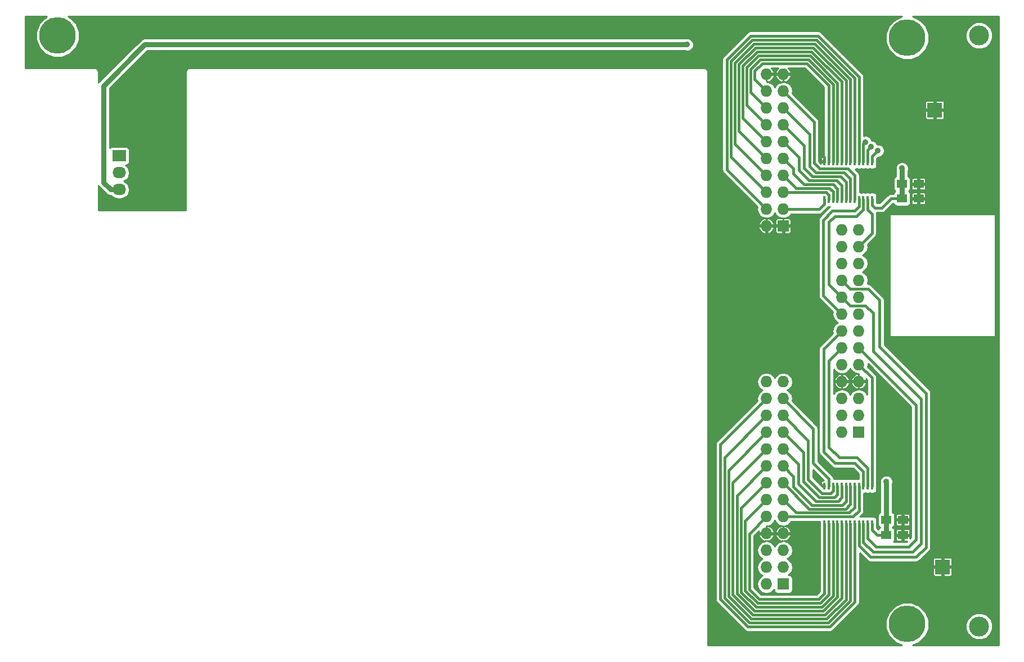
<source format=gtl>
G04 #@! TF.FileFunction,Copper,L1,Top,Signal*
%FSLAX46Y46*%
G04 Gerber Fmt 4.6, Leading zero omitted, Abs format (unit mm)*
G04 Created by KiCad (PCBNEW 4.0.5+dfsg1-4) date Mon Feb 26 17:29:33 2018*
%MOMM*%
%LPD*%
G01*
G04 APERTURE LIST*
%ADD10C,0.150000*%
%ADD11R,0.400000X1.100000*%
%ADD12R,2.032000X1.727200*%
%ADD13O,2.032000X1.727200*%
%ADD14R,2.235200X2.235200*%
%ADD15C,5.500000*%
%ADD16C,3.000000*%
%ADD17R,1.727200X1.727200*%
%ADD18O,1.727200X1.727200*%
%ADD19R,1.500000X1.250000*%
%ADD20C,0.889000*%
%ADD21C,0.250000*%
%ADD22C,0.400000*%
%ADD23C,0.800000*%
G04 APERTURE END LIST*
D10*
D11*
X161640000Y-51187500D03*
X160990000Y-51187500D03*
X160340000Y-51187500D03*
X159690000Y-51187500D03*
X159040000Y-51187500D03*
X158390000Y-51187500D03*
X157740000Y-51187500D03*
X157090000Y-51187500D03*
X156440000Y-51187500D03*
X155790000Y-51187500D03*
X155140000Y-51187500D03*
X154490000Y-51187500D03*
X154490000Y-56887500D03*
X155140000Y-56887500D03*
X155790000Y-56887500D03*
X156440000Y-56887500D03*
X157090000Y-56887500D03*
X157740000Y-56887500D03*
X158390000Y-56887500D03*
X159040000Y-56887500D03*
X159690000Y-56887500D03*
X160340000Y-56887500D03*
X160990000Y-56887500D03*
X161640000Y-56887500D03*
D12*
X48360000Y-50290000D03*
D13*
X48360000Y-52830000D03*
X48360000Y-55370000D03*
D14*
X171082500Y-43369500D03*
X172250900Y-112203500D03*
D15*
X166946900Y-120828000D03*
X39096000Y-32170000D03*
X166946900Y-32512000D03*
D16*
X177766000Y-121170000D03*
X177766000Y-32170000D03*
D11*
X161640000Y-100019000D03*
X160990000Y-100019000D03*
X160340000Y-100019000D03*
X159690000Y-100019000D03*
X159040000Y-100019000D03*
X158390000Y-100019000D03*
X157740000Y-100019000D03*
X157090000Y-100019000D03*
X156440000Y-100019000D03*
X155790000Y-100019000D03*
X155140000Y-100019000D03*
X154490000Y-100019000D03*
X154490000Y-105719000D03*
X155140000Y-105719000D03*
X155790000Y-105719000D03*
X156440000Y-105719000D03*
X157090000Y-105719000D03*
X157740000Y-105719000D03*
X158390000Y-105719000D03*
X159040000Y-105719000D03*
X159690000Y-105719000D03*
X160340000Y-105719000D03*
X160990000Y-105719000D03*
X161640000Y-105719000D03*
D17*
X148286000Y-60841000D03*
D18*
X145746000Y-60841000D03*
X148286000Y-58301000D03*
X145746000Y-58301000D03*
X148286000Y-55761000D03*
X145746000Y-55761000D03*
X148286000Y-53221000D03*
X145746000Y-53221000D03*
X148286000Y-50681000D03*
X145746000Y-50681000D03*
X148286000Y-48141000D03*
X145746000Y-48141000D03*
X148286000Y-45601000D03*
X145746000Y-45601000D03*
X148286000Y-43061000D03*
X145746000Y-43061000D03*
X148286000Y-40521000D03*
X145746000Y-40521000D03*
X148286000Y-37981000D03*
X145746000Y-37981000D03*
D17*
X159639000Y-91897200D03*
D18*
X157099000Y-91897200D03*
X159639000Y-89357200D03*
X157099000Y-89357200D03*
X159639000Y-86817200D03*
X157099000Y-86817200D03*
X159639000Y-84277200D03*
X157099000Y-84277200D03*
X159639000Y-81737200D03*
X157099000Y-81737200D03*
X159639000Y-79197200D03*
X157099000Y-79197200D03*
X159639000Y-76657200D03*
X157099000Y-76657200D03*
X159639000Y-74117200D03*
X157099000Y-74117200D03*
X159639000Y-71577200D03*
X157099000Y-71577200D03*
X159639000Y-69037200D03*
X157099000Y-69037200D03*
X159639000Y-66497200D03*
X157099000Y-66497200D03*
X159639000Y-63957200D03*
X157099000Y-63957200D03*
X159639000Y-61417200D03*
X157099000Y-61417200D03*
D17*
X148286000Y-114807000D03*
D18*
X145746000Y-114807000D03*
X148286000Y-112267000D03*
X145746000Y-112267000D03*
X148286000Y-109727000D03*
X145746000Y-109727000D03*
X148286000Y-107187000D03*
X145746000Y-107187000D03*
X148286000Y-104647000D03*
X145746000Y-104647000D03*
X148286000Y-102107000D03*
X145746000Y-102107000D03*
X148286000Y-99567000D03*
X145746000Y-99567000D03*
X148286000Y-97027000D03*
X145746000Y-97027000D03*
X148286000Y-94487000D03*
X145746000Y-94487000D03*
X148286000Y-91947000D03*
X145746000Y-91947000D03*
X148286000Y-89407000D03*
X145746000Y-89407000D03*
X148286000Y-86867000D03*
X145746000Y-86867000D03*
X148286000Y-84327000D03*
X145746000Y-84327000D03*
D19*
X163787300Y-105116900D03*
X166287300Y-105116900D03*
X163787300Y-107415600D03*
X166287300Y-107415600D03*
X166149500Y-54507400D03*
X168649500Y-54507400D03*
X166149500Y-56717200D03*
X168649500Y-56717200D03*
D20*
X168644100Y-52145200D03*
X166281900Y-102843600D03*
X153289800Y-98512900D03*
X154026400Y-48957500D03*
X139738900Y-60832000D03*
X153035800Y-107187000D03*
X163792700Y-99376500D03*
X166154900Y-52145200D03*
X133846100Y-33527000D03*
X162522700Y-49503600D03*
X161519400Y-48919400D03*
X160630400Y-48220900D03*
D21*
X168649500Y-54507400D02*
X168649500Y-52150600D01*
X168649500Y-52150600D02*
X168644100Y-52145200D01*
X157099000Y-84277200D02*
X157099000Y-85431100D01*
X159639000Y-85431100D02*
X159639000Y-84277200D01*
X157099000Y-85431100D02*
X159639000Y-85431100D01*
X157099000Y-84277200D02*
X157099000Y-83121300D01*
X159639000Y-83411800D02*
X159639800Y-83412600D01*
X159639000Y-83121300D02*
X159639000Y-83411800D01*
X157099000Y-83121300D02*
X159639000Y-83121300D01*
X166287300Y-105116900D02*
X166287300Y-102849000D01*
X166287300Y-102849000D02*
X166281900Y-102843600D01*
D22*
X154490000Y-100019000D02*
X154186300Y-100019000D01*
X153289800Y-99122500D02*
X153289800Y-98512900D01*
X154186300Y-100019000D02*
X153289800Y-99122500D01*
X154490000Y-51187500D02*
X154490000Y-50526000D01*
X154026400Y-50062400D02*
X154026400Y-48957500D01*
X154490000Y-50526000D02*
X154026400Y-50062400D01*
D21*
X148273300Y-59663600D02*
X148552700Y-59663600D01*
X148273300Y-59663600D02*
X148273300Y-60828300D01*
X145746000Y-59663600D02*
X148273300Y-59663600D01*
X148273300Y-60828300D02*
X148286000Y-60841000D01*
X145746000Y-60841000D02*
X139747900Y-60841000D01*
X139747900Y-60841000D02*
X139738900Y-60832000D01*
X145746000Y-60841000D02*
X145746000Y-59663600D01*
X148286000Y-37981000D02*
X148286000Y-39153100D01*
X148286000Y-39153100D02*
X145873000Y-39153100D01*
X145873000Y-39153100D02*
X145746000Y-39026100D01*
X145746000Y-39026100D02*
X145746000Y-37981000D01*
X145746000Y-107187000D02*
X145746000Y-106018600D01*
X145746000Y-106018600D02*
X148286000Y-106018600D01*
X148286000Y-106018600D02*
X148286000Y-106310700D01*
X148286000Y-107187000D02*
X153035800Y-107187000D01*
D22*
X159690000Y-100019000D02*
X159690000Y-103733200D01*
X159690000Y-103733200D02*
X158766788Y-104656412D01*
X158766788Y-104656412D02*
X148295412Y-104656412D01*
X148295412Y-104656412D02*
X148286000Y-104647000D01*
X154490000Y-105719000D02*
X154490000Y-116197600D01*
X154490000Y-116197600D02*
X153594600Y-117093000D01*
X153594600Y-117093000D02*
X144679200Y-117093000D01*
X144679200Y-117093000D02*
X143180600Y-115594400D01*
X143180600Y-107212400D02*
X145746000Y-104647000D01*
X143180600Y-115594400D02*
X143180600Y-107212400D01*
X159040000Y-100019000D02*
X159040000Y-103240200D01*
X159040000Y-103240200D02*
X158213790Y-104066410D01*
X158213790Y-104066410D02*
X150245410Y-104066410D01*
X150245410Y-104066410D02*
X148286000Y-102107000D01*
X155140000Y-116381988D02*
X155140000Y-105719000D01*
X153838986Y-117683002D02*
X155140000Y-116381988D01*
X144434814Y-117683002D02*
X153838986Y-117683002D01*
X142545600Y-115793788D02*
X144434814Y-117683002D01*
X142545600Y-105307400D02*
X142545600Y-115793788D01*
X145746000Y-102107000D02*
X142545600Y-105307400D01*
X158390000Y-102747200D02*
X158390000Y-100019000D01*
X157660792Y-103476408D02*
X158390000Y-102747200D01*
X152195408Y-103476408D02*
X157660792Y-103476408D01*
X148286000Y-99567000D02*
X152195408Y-103476408D01*
X155790000Y-116566376D02*
X154083372Y-118273004D01*
X154083372Y-118273004D02*
X144190428Y-118273004D01*
X155790000Y-116566376D02*
X155790000Y-105719000D01*
X141936000Y-116018576D02*
X144190428Y-118273004D01*
X141936000Y-103377000D02*
X141936000Y-116018576D01*
X145746000Y-99567000D02*
X141936000Y-103377000D01*
X157740000Y-100019000D02*
X157740000Y-102305000D01*
X157740000Y-102305000D02*
X157158594Y-102886406D01*
X157158594Y-102886406D02*
X152596006Y-102886406D01*
X152596006Y-102886406D02*
X149822700Y-100113100D01*
X149822700Y-98563700D02*
X148286000Y-97027000D01*
X149822700Y-100113100D02*
X149822700Y-98563700D01*
X156440000Y-116750764D02*
X156440000Y-105719000D01*
X154327758Y-118863006D02*
X156440000Y-116750764D01*
X143946042Y-118863006D02*
X154327758Y-118863006D01*
X141301000Y-116217964D02*
X143946042Y-118863006D01*
X141301000Y-101472000D02*
X141301000Y-116217964D01*
X145746000Y-97027000D02*
X141301000Y-101472000D01*
X157090000Y-101761200D02*
X157090000Y-100019000D01*
X156554796Y-102296404D02*
X157090000Y-101761200D01*
X153174404Y-102296404D02*
X156554796Y-102296404D01*
X150572000Y-99694000D02*
X153174404Y-102296404D01*
X150572000Y-96773000D02*
X150572000Y-99694000D01*
X148286000Y-94487000D02*
X150572000Y-96773000D01*
X157090000Y-105719000D02*
X157090000Y-116935152D01*
X157090000Y-116935152D02*
X154572144Y-119453008D01*
X154572144Y-119453008D02*
X143701656Y-119453008D01*
X143701656Y-119453008D02*
X140666000Y-116417352D01*
X140666000Y-99567000D02*
X145746000Y-94487000D01*
X140666000Y-116417352D02*
X140666000Y-99567000D01*
X151334000Y-94995000D02*
X148286000Y-91947000D01*
X151334000Y-99334588D02*
X151334000Y-94995000D01*
X153705814Y-101706402D02*
X151334000Y-99334588D01*
X156027198Y-101706402D02*
X153705814Y-101706402D01*
X156440000Y-101293600D02*
X156027198Y-101706402D01*
X156440000Y-100019000D02*
X156440000Y-101293600D01*
X145746000Y-91947000D02*
X140056400Y-97636600D01*
X140056400Y-97636600D02*
X140056400Y-116642140D01*
X140056400Y-116642140D02*
X143457270Y-120043010D01*
X143457270Y-120043010D02*
X154816530Y-120043010D01*
X157740000Y-117119540D02*
X157740000Y-105719000D01*
X154816530Y-120043010D02*
X157740000Y-117119540D01*
X148286000Y-89407000D02*
X152032500Y-93153500D01*
X155790000Y-100749800D02*
X155790000Y-100019000D01*
X155423400Y-101116400D02*
X155790000Y-100749800D01*
X154153400Y-101116400D02*
X155423400Y-101116400D01*
X152032500Y-98995500D02*
X154153400Y-101116400D01*
X152032500Y-93153500D02*
X152032500Y-98995500D01*
X158390000Y-105719000D02*
X158390000Y-117303928D01*
X139446800Y-95706200D02*
X145746000Y-89407000D01*
X139446800Y-116866928D02*
X139446800Y-95706200D01*
X143212884Y-120633012D02*
X139446800Y-116866928D01*
X155060916Y-120633012D02*
X143212884Y-120633012D01*
X158390000Y-117303928D02*
X155060916Y-120633012D01*
X155140000Y-100019000D02*
X155140000Y-98940700D01*
X152807200Y-96607900D02*
X152807200Y-91388200D01*
X155140000Y-98940700D02*
X152807200Y-96607900D01*
X152807200Y-91388200D02*
X148286000Y-86867000D01*
X145746000Y-86867000D02*
X138811800Y-93801200D01*
X159040000Y-117488316D02*
X159040000Y-105719000D01*
X155305302Y-121223014D02*
X159040000Y-117488316D01*
X142968498Y-121223014D02*
X155305302Y-121223014D01*
X138811800Y-117066316D02*
X142968498Y-121223014D01*
X138811800Y-93801200D02*
X138811800Y-117066316D01*
D23*
X47078700Y-55370000D02*
X48360000Y-55370000D01*
X47078700Y-55370000D02*
X46012900Y-54304200D01*
X46012900Y-54304200D02*
X46012900Y-39724600D01*
D22*
X163094200Y-58126900D02*
X164503900Y-56717200D01*
X164503900Y-56717200D02*
X166149500Y-56717200D01*
D23*
X163792700Y-99376500D02*
X163792700Y-105111500D01*
X163792700Y-105111500D02*
X163787300Y-105116900D01*
X163787300Y-107415600D02*
X163787300Y-105116900D01*
D22*
X161640000Y-105719000D02*
X161640000Y-106647200D01*
X162408400Y-107415600D02*
X163787300Y-107415600D01*
X161640000Y-106647200D02*
X162408400Y-107415600D01*
D23*
X166154900Y-54502000D02*
X166154900Y-52145200D01*
X52210500Y-33527000D02*
X133846100Y-33527000D01*
X46012900Y-39724600D02*
X52210500Y-33527000D01*
X166154900Y-54502000D02*
X166160300Y-54507400D01*
X166160300Y-56717200D02*
X166160300Y-54507400D01*
D22*
X161640000Y-56887500D02*
X161640000Y-57714100D01*
X162052800Y-58126900D02*
X163094200Y-58126900D01*
X161640000Y-57714100D02*
X162052800Y-58126900D01*
X159690000Y-51187500D02*
X159690000Y-38379084D01*
X159690000Y-38379084D02*
X153527302Y-32216386D01*
X153527302Y-32216386D02*
X143371086Y-32216386D01*
X143371086Y-32216386D02*
X139818388Y-35769084D01*
X139818388Y-35769084D02*
X139818388Y-52373388D01*
X139818388Y-52373388D02*
X145746000Y-58301000D01*
X154490000Y-57523600D02*
X154490000Y-56887500D01*
X153712600Y-58301000D02*
X154490000Y-57523600D01*
X148286000Y-58301000D02*
X153712600Y-58301000D01*
X159040000Y-51187500D02*
X159040000Y-38563472D01*
X159040000Y-38563472D02*
X153282916Y-32806388D01*
X153282916Y-32806388D02*
X143615472Y-32806388D01*
X143615472Y-32806388D02*
X140408390Y-36013470D01*
X140408390Y-36013470D02*
X140408390Y-50423390D01*
X140408390Y-50423390D02*
X145746000Y-55761000D01*
X155140000Y-56192500D02*
X155140000Y-56887500D01*
X154708500Y-55761000D02*
X155140000Y-56192500D01*
X148286000Y-55761000D02*
X154708500Y-55761000D01*
X140998392Y-48473392D02*
X145746000Y-53221000D01*
X140998392Y-36257856D02*
X140998392Y-48473392D01*
X143859858Y-33396390D02*
X140998392Y-36257856D01*
X158390000Y-51187500D02*
X158390000Y-38747860D01*
X158390000Y-38747860D02*
X153038530Y-33396390D01*
X153038530Y-33396390D02*
X143859858Y-33396390D01*
X150235998Y-55170998D02*
X148286000Y-53221000D01*
X155248798Y-55170998D02*
X150235998Y-55170998D01*
X155790000Y-55712200D02*
X155248798Y-55170998D01*
X155790000Y-56887500D02*
X155790000Y-55712200D01*
X141588394Y-46523394D02*
X145746000Y-50681000D01*
X141588394Y-36502242D02*
X141588394Y-46523394D01*
X144104244Y-33986392D02*
X141588394Y-36502242D01*
X157740000Y-51187500D02*
X157740000Y-38932248D01*
X157740000Y-38932248D02*
X152794144Y-33986392D01*
X152794144Y-33986392D02*
X144104244Y-33986392D01*
X149784600Y-52179600D02*
X148286000Y-50681000D01*
X149784600Y-52958000D02*
X149784600Y-52179600D01*
X151407596Y-54580996D02*
X149784600Y-52958000D01*
X155789096Y-54580996D02*
X151407596Y-54580996D01*
X156440000Y-55231900D02*
X155789096Y-54580996D01*
X156440000Y-56887500D02*
X156440000Y-55231900D01*
X142178396Y-44573396D02*
X145746000Y-48141000D01*
X142178396Y-36746628D02*
X142178396Y-44573396D01*
X144348630Y-34576394D02*
X142178396Y-36746628D01*
X157090000Y-51187500D02*
X157090000Y-39116636D01*
X157090000Y-39116636D02*
X152549758Y-34576394D01*
X152549758Y-34576394D02*
X144348630Y-34576394D01*
X148286000Y-48141000D02*
X150635500Y-50490500D01*
X150635500Y-50490500D02*
X150635500Y-52475400D01*
X150635500Y-52475400D02*
X152151094Y-53990994D01*
X152151094Y-53990994D02*
X156316694Y-53990994D01*
X157090000Y-54764300D02*
X157090000Y-56887500D01*
X156316694Y-53990994D02*
X157090000Y-54764300D01*
X142768398Y-42623398D02*
X145746000Y-45601000D01*
X142768398Y-36991014D02*
X142768398Y-42623398D01*
X144593016Y-35166396D02*
X142768398Y-36991014D01*
X156440000Y-51187500D02*
X156440000Y-39301024D01*
X156440000Y-39301024D02*
X152305372Y-35166396D01*
X152305372Y-35166396D02*
X144593016Y-35166396D01*
X151435600Y-48750600D02*
X148286000Y-45601000D01*
X151435600Y-52145200D02*
X151435600Y-48750600D01*
X152691392Y-53400992D02*
X151435600Y-52145200D01*
X156895092Y-53400992D02*
X152691392Y-53400992D01*
X157740000Y-54245900D02*
X156895092Y-53400992D01*
X157740000Y-56887500D02*
X157740000Y-54245900D01*
X143358400Y-40673400D02*
X145746000Y-43061000D01*
X143358400Y-37235400D02*
X143358400Y-40673400D01*
X144837402Y-35756398D02*
X143358400Y-37235400D01*
X155790000Y-51187500D02*
X155790000Y-39485412D01*
X155790000Y-39485412D02*
X152060986Y-35756398D01*
X152060986Y-35756398D02*
X144837402Y-35756398D01*
X148286000Y-43061000D02*
X152235700Y-47010700D01*
X152235700Y-47010700D02*
X152235700Y-51827700D01*
X152235700Y-51827700D02*
X153218990Y-52810990D01*
X153218990Y-52810990D02*
X157435390Y-52810990D01*
X158390000Y-53765600D02*
X158390000Y-56887500D01*
X157435390Y-52810990D02*
X158390000Y-53765600D01*
X143968000Y-38743000D02*
X145746000Y-40521000D01*
X143968000Y-37489400D02*
X143968000Y-38743000D01*
X145111000Y-36346400D02*
X143968000Y-37489400D01*
X155140000Y-51187500D02*
X155140000Y-39669800D01*
X155140000Y-39669800D02*
X151816600Y-36346400D01*
X151816600Y-36346400D02*
X145111000Y-36346400D01*
X152921500Y-45156500D02*
X148286000Y-40521000D01*
X152921500Y-51395900D02*
X152921500Y-45156500D01*
X153746588Y-52220988D02*
X152921500Y-51395900D01*
X158013788Y-52220988D02*
X153746588Y-52220988D01*
X159040000Y-53247200D02*
X158013788Y-52220988D01*
X159040000Y-56887500D02*
X159040000Y-53247200D01*
X161640000Y-50386300D02*
X162522700Y-49503600D01*
X161640000Y-51187500D02*
X161640000Y-50386300D01*
X161633700Y-51181200D02*
X161640000Y-51187500D01*
X155156700Y-94182200D02*
X155156700Y-81139500D01*
X156731500Y-95757000D02*
X155156700Y-94182200D01*
X160990000Y-100019000D02*
X160990000Y-97361200D01*
X159385800Y-95757000D02*
X156731500Y-95757000D01*
X160990000Y-97361200D02*
X159385800Y-95757000D01*
X155156700Y-81139500D02*
X157099000Y-79197200D01*
X160990000Y-49448800D02*
X161519400Y-48919400D01*
X160990000Y-49448800D02*
X160990000Y-51187500D01*
X157099000Y-74117200D02*
X154305800Y-71324000D01*
X159004800Y-58584100D02*
X155690100Y-58584100D01*
X155690100Y-58584100D02*
X154305800Y-59968400D01*
X154305800Y-71324000D02*
X154305800Y-59968400D01*
X159690000Y-57898900D02*
X159004800Y-58584100D01*
X159690000Y-57898900D02*
X159690000Y-56887500D01*
X157099000Y-71577200D02*
X158368000Y-72846200D01*
X161811500Y-74001900D02*
X161811500Y-79704200D01*
X160655800Y-72846200D02*
X161811500Y-74001900D01*
X158368000Y-72846200D02*
X160655800Y-72846200D01*
X155156700Y-60285900D02*
X155156700Y-69634900D01*
X159309600Y-59409600D02*
X156033000Y-59409600D01*
X156033000Y-59409600D02*
X155156700Y-60285900D01*
X160340000Y-58379200D02*
X159309600Y-59409600D01*
X160340000Y-56887500D02*
X160340000Y-58379200D01*
X155156700Y-69634900D02*
X157099000Y-71577200D01*
X160340000Y-105719000D02*
X160340000Y-108509500D01*
X161791902Y-109961402D02*
X167723898Y-109961402D01*
X167723898Y-109961402D02*
X169011304Y-108673996D01*
X169011304Y-108673996D02*
X169011304Y-86904004D01*
X161811500Y-79704200D02*
X169011304Y-86904004D01*
X160340000Y-108509500D02*
X161791902Y-109961402D01*
X161640000Y-83738200D02*
X161640000Y-100019000D01*
X159639000Y-81737200D02*
X161640000Y-83738200D01*
X159690000Y-105719000D02*
X159690000Y-109049488D01*
X159690000Y-109049488D02*
X161382416Y-110741904D01*
X161382416Y-110741904D02*
X168285784Y-110741904D01*
X157099000Y-69037200D02*
X158368000Y-70306200D01*
X162776700Y-72020700D02*
X162776700Y-79043800D01*
X161062200Y-70306200D02*
X162776700Y-72020700D01*
X158368000Y-70306200D02*
X161062200Y-70306200D01*
X169766406Y-86033506D02*
X162776700Y-79043800D01*
X169766406Y-109261282D02*
X169766406Y-86033506D01*
X168285784Y-110741904D02*
X169766406Y-109261282D01*
X168268902Y-87827102D02*
X159639000Y-79197200D01*
X168268902Y-108070198D02*
X168268902Y-87827102D01*
X167183600Y-109155500D02*
X168268902Y-108070198D01*
X162217900Y-109155500D02*
X167183600Y-109155500D01*
X160990000Y-107927600D02*
X162217900Y-109155500D01*
X160990000Y-105719000D02*
X160990000Y-107927600D01*
X160990000Y-56887500D02*
X160990000Y-58410300D01*
X161621000Y-59041300D02*
X161621000Y-61975200D01*
X160990000Y-58410300D02*
X161621000Y-59041300D01*
X161621000Y-61975200D02*
X159639000Y-63957200D01*
X154356600Y-94880700D02*
X154356600Y-79399600D01*
X156071100Y-96595200D02*
X154356600Y-94880700D01*
X154356600Y-79399600D02*
X157099000Y-76657200D01*
X159068300Y-96595200D02*
X156071100Y-96595200D01*
X160340000Y-97866900D02*
X159068300Y-96595200D01*
X160340000Y-100019000D02*
X160340000Y-97866900D01*
X160340000Y-51187500D02*
X160340000Y-48511300D01*
X160340000Y-48511300D02*
X160630400Y-48220900D01*
D21*
G36*
X37243285Y-29391971D02*
X36321209Y-30312439D01*
X35821570Y-31515704D01*
X35820433Y-32818580D01*
X36317971Y-34022715D01*
X37238439Y-34944791D01*
X38441704Y-35444430D01*
X39744580Y-35445567D01*
X40948715Y-34948029D01*
X41870791Y-34027561D01*
X42370430Y-32824296D01*
X42371567Y-31521420D01*
X41874029Y-30317285D01*
X40953561Y-29395209D01*
X40712231Y-29295000D01*
X166156577Y-29295000D01*
X165094185Y-29733971D01*
X164172109Y-30654439D01*
X163672470Y-31857704D01*
X163671333Y-33160580D01*
X164168871Y-34364715D01*
X165089339Y-35286791D01*
X166292604Y-35786430D01*
X167595480Y-35787567D01*
X168799615Y-35290029D01*
X169721691Y-34369561D01*
X170221330Y-33166296D01*
X170221849Y-32571030D01*
X175740649Y-32571030D01*
X176048288Y-33315572D01*
X176617432Y-33885710D01*
X177361435Y-34194648D01*
X178167030Y-34195351D01*
X178911572Y-33887712D01*
X179481710Y-33318568D01*
X179790648Y-32574565D01*
X179791351Y-31768970D01*
X179483712Y-31024428D01*
X178914568Y-30454290D01*
X178170565Y-30145352D01*
X177364970Y-30144649D01*
X176620428Y-30452288D01*
X176050290Y-31021432D01*
X175741352Y-31765435D01*
X175740649Y-32571030D01*
X170221849Y-32571030D01*
X170222467Y-31863420D01*
X169724929Y-30659285D01*
X168804461Y-29737209D01*
X167739503Y-29295000D01*
X180711000Y-29295000D01*
X180711000Y-124045000D01*
X167737223Y-124045000D01*
X168799615Y-123606029D01*
X169721691Y-122685561D01*
X170184484Y-121571030D01*
X175740649Y-121571030D01*
X176048288Y-122315572D01*
X176617432Y-122885710D01*
X177361435Y-123194648D01*
X178167030Y-123195351D01*
X178911572Y-122887712D01*
X179481710Y-122318568D01*
X179790648Y-121574565D01*
X179791351Y-120768970D01*
X179483712Y-120024428D01*
X178914568Y-119454290D01*
X178170565Y-119145352D01*
X177364970Y-119144649D01*
X176620428Y-119452288D01*
X176050290Y-120021432D01*
X175741352Y-120765435D01*
X175740649Y-121571030D01*
X170184484Y-121571030D01*
X170221330Y-121482296D01*
X170222467Y-120179420D01*
X169724929Y-118975285D01*
X168804461Y-118053209D01*
X167601196Y-117553570D01*
X166298320Y-117552433D01*
X165094185Y-118049971D01*
X164172109Y-118970439D01*
X163672470Y-120173704D01*
X163671333Y-121476580D01*
X164168871Y-122680715D01*
X165089339Y-123602791D01*
X166154297Y-124045000D01*
X155107160Y-124045000D01*
X155096000Y-124042900D01*
X136961000Y-124042900D01*
X136961000Y-93801200D01*
X138086800Y-93801200D01*
X138086800Y-117066316D01*
X138126006Y-117263417D01*
X138141987Y-117343762D01*
X138299148Y-117578968D01*
X142455846Y-121735667D01*
X142691052Y-121892827D01*
X142968498Y-121948014D01*
X155305302Y-121948014D01*
X155536717Y-121901983D01*
X155582748Y-121892827D01*
X155817954Y-121735666D01*
X159552653Y-118000968D01*
X159709813Y-117765762D01*
X159765000Y-117488316D01*
X159765000Y-112413750D01*
X170808300Y-112413750D01*
X170808300Y-113385747D01*
X170857779Y-113505198D01*
X170949203Y-113596622D01*
X171068654Y-113646100D01*
X172040650Y-113646100D01*
X172121900Y-113564850D01*
X172121900Y-112332500D01*
X172379900Y-112332500D01*
X172379900Y-113564850D01*
X172461150Y-113646100D01*
X173433146Y-113646100D01*
X173552597Y-113596622D01*
X173644021Y-113505198D01*
X173693500Y-113385747D01*
X173693500Y-112413750D01*
X173612250Y-112332500D01*
X172379900Y-112332500D01*
X172121900Y-112332500D01*
X170889550Y-112332500D01*
X170808300Y-112413750D01*
X159765000Y-112413750D01*
X159765000Y-110149792D01*
X160869764Y-111254557D01*
X161104970Y-111411717D01*
X161382416Y-111466904D01*
X168285784Y-111466904D01*
X168517199Y-111420873D01*
X168563230Y-111411717D01*
X168798436Y-111254556D01*
X169031739Y-111021253D01*
X170808300Y-111021253D01*
X170808300Y-111993250D01*
X170889550Y-112074500D01*
X172121900Y-112074500D01*
X172121900Y-110842150D01*
X172379900Y-110842150D01*
X172379900Y-112074500D01*
X173612250Y-112074500D01*
X173693500Y-111993250D01*
X173693500Y-111021253D01*
X173644021Y-110901802D01*
X173552597Y-110810378D01*
X173433146Y-110760900D01*
X172461150Y-110760900D01*
X172379900Y-110842150D01*
X172121900Y-110842150D01*
X172040650Y-110760900D01*
X171068654Y-110760900D01*
X170949203Y-110810378D01*
X170857779Y-110901802D01*
X170808300Y-111021253D01*
X169031739Y-111021253D01*
X170279059Y-109773934D01*
X170436219Y-109538728D01*
X170491406Y-109261282D01*
X170491406Y-86033506D01*
X170436219Y-85756061D01*
X170436219Y-85756060D01*
X170279058Y-85520854D01*
X163501700Y-78743496D01*
X163501700Y-72020700D01*
X163446513Y-71743255D01*
X163335558Y-71577200D01*
X163289352Y-71508047D01*
X161574852Y-69793548D01*
X161339646Y-69636387D01*
X161293615Y-69627231D01*
X161062200Y-69581200D01*
X160940680Y-69581200D01*
X160949103Y-69568594D01*
X161054804Y-69037200D01*
X160949103Y-68505806D01*
X160648092Y-68055312D01*
X160216903Y-67767200D01*
X160648092Y-67479088D01*
X160949103Y-67028594D01*
X161054804Y-66497200D01*
X160949103Y-65965806D01*
X160648092Y-65515312D01*
X160216903Y-65227200D01*
X160648092Y-64939088D01*
X160949103Y-64488594D01*
X161054804Y-63957200D01*
X160990016Y-63631489D01*
X162133652Y-62487853D01*
X162290812Y-62252646D01*
X162290813Y-62252645D01*
X162346000Y-61975200D01*
X162346000Y-59209500D01*
X164268700Y-59209500D01*
X164268700Y-77389500D01*
X164277249Y-77434932D01*
X164304099Y-77476659D01*
X164345068Y-77504652D01*
X164393700Y-77514500D01*
X180043700Y-77514500D01*
X180089132Y-77505951D01*
X180130859Y-77479101D01*
X180158852Y-77438132D01*
X180168700Y-77389500D01*
X180168700Y-59209500D01*
X180160151Y-59164068D01*
X180133301Y-59122341D01*
X180092332Y-59094348D01*
X180043700Y-59084500D01*
X164393700Y-59084500D01*
X164348268Y-59093049D01*
X164306541Y-59119899D01*
X164278548Y-59160868D01*
X164268700Y-59209500D01*
X162346000Y-59209500D01*
X162346000Y-59041300D01*
X162308326Y-58851900D01*
X163094200Y-58851900D01*
X163325615Y-58805869D01*
X163371646Y-58796713D01*
X163606852Y-58639552D01*
X164804205Y-57442200D01*
X164883031Y-57442200D01*
X164900823Y-57536753D01*
X165015804Y-57715439D01*
X165191244Y-57835312D01*
X165399500Y-57877485D01*
X166899500Y-57877485D01*
X167094053Y-57840877D01*
X167272739Y-57725896D01*
X167392612Y-57550456D01*
X167434785Y-57342200D01*
X167434785Y-56927450D01*
X167574500Y-56927450D01*
X167574500Y-57406847D01*
X167623979Y-57526298D01*
X167715403Y-57617722D01*
X167834854Y-57667200D01*
X168439250Y-57667200D01*
X168520500Y-57585950D01*
X168520500Y-56846200D01*
X168778500Y-56846200D01*
X168778500Y-57585950D01*
X168859750Y-57667200D01*
X169464146Y-57667200D01*
X169583597Y-57617722D01*
X169675021Y-57526298D01*
X169724500Y-57406847D01*
X169724500Y-56927450D01*
X169643250Y-56846200D01*
X168778500Y-56846200D01*
X168520500Y-56846200D01*
X167655750Y-56846200D01*
X167574500Y-56927450D01*
X167434785Y-56927450D01*
X167434785Y-56092200D01*
X167422621Y-56027553D01*
X167574500Y-56027553D01*
X167574500Y-56506950D01*
X167655750Y-56588200D01*
X168520500Y-56588200D01*
X168520500Y-55848450D01*
X168778500Y-55848450D01*
X168778500Y-56588200D01*
X169643250Y-56588200D01*
X169724500Y-56506950D01*
X169724500Y-56027553D01*
X169675021Y-55908102D01*
X169583597Y-55816678D01*
X169464146Y-55767200D01*
X168859750Y-55767200D01*
X168778500Y-55848450D01*
X168520500Y-55848450D01*
X168439250Y-55767200D01*
X167834854Y-55767200D01*
X167715403Y-55816678D01*
X167623979Y-55908102D01*
X167574500Y-56027553D01*
X167422621Y-56027553D01*
X167398177Y-55897647D01*
X167283196Y-55718961D01*
X167125221Y-55611021D01*
X167272739Y-55516096D01*
X167392612Y-55340656D01*
X167434785Y-55132400D01*
X167434785Y-54717650D01*
X167574500Y-54717650D01*
X167574500Y-55197047D01*
X167623979Y-55316498D01*
X167715403Y-55407922D01*
X167834854Y-55457400D01*
X168439250Y-55457400D01*
X168520500Y-55376150D01*
X168520500Y-54636400D01*
X168778500Y-54636400D01*
X168778500Y-55376150D01*
X168859750Y-55457400D01*
X169464146Y-55457400D01*
X169583597Y-55407922D01*
X169675021Y-55316498D01*
X169724500Y-55197047D01*
X169724500Y-54717650D01*
X169643250Y-54636400D01*
X168778500Y-54636400D01*
X168520500Y-54636400D01*
X167655750Y-54636400D01*
X167574500Y-54717650D01*
X167434785Y-54717650D01*
X167434785Y-53882400D01*
X167422621Y-53817753D01*
X167574500Y-53817753D01*
X167574500Y-54297150D01*
X167655750Y-54378400D01*
X168520500Y-54378400D01*
X168520500Y-53638650D01*
X168778500Y-53638650D01*
X168778500Y-54378400D01*
X169643250Y-54378400D01*
X169724500Y-54297150D01*
X169724500Y-53817753D01*
X169675021Y-53698302D01*
X169583597Y-53606878D01*
X169464146Y-53557400D01*
X168859750Y-53557400D01*
X168778500Y-53638650D01*
X168520500Y-53638650D01*
X168439250Y-53557400D01*
X167834854Y-53557400D01*
X167715403Y-53606878D01*
X167623979Y-53698302D01*
X167574500Y-53817753D01*
X167422621Y-53817753D01*
X167398177Y-53687847D01*
X167283196Y-53509161D01*
X167107756Y-53389288D01*
X167079900Y-53383647D01*
X167079900Y-52445655D01*
X167124232Y-52338892D01*
X167124568Y-51953201D01*
X166977282Y-51596740D01*
X166704795Y-51323777D01*
X166348592Y-51175868D01*
X165962901Y-51175532D01*
X165606440Y-51322818D01*
X165333477Y-51595305D01*
X165185568Y-51951508D01*
X165185232Y-52337199D01*
X165229900Y-52445304D01*
X165229900Y-53379028D01*
X165204947Y-53383723D01*
X165026261Y-53498704D01*
X164906388Y-53674144D01*
X164864215Y-53882400D01*
X164864215Y-55132400D01*
X164900823Y-55326953D01*
X165015804Y-55505639D01*
X165173779Y-55613579D01*
X165026261Y-55708504D01*
X164906388Y-55883944D01*
X164884466Y-55992200D01*
X164503900Y-55992200D01*
X164226454Y-56047387D01*
X163991248Y-56204547D01*
X162793896Y-57401900D01*
X162375285Y-57401900D01*
X162375285Y-56337500D01*
X162338677Y-56142947D01*
X162223696Y-55964261D01*
X162048256Y-55844388D01*
X161840000Y-55802215D01*
X161440000Y-55802215D01*
X161310411Y-55826599D01*
X161190000Y-55802215D01*
X160790000Y-55802215D01*
X160660411Y-55826599D01*
X160540000Y-55802215D01*
X160140000Y-55802215D01*
X160010411Y-55826599D01*
X159890000Y-55802215D01*
X159765000Y-55802215D01*
X159765000Y-53247200D01*
X159718969Y-53015785D01*
X159709813Y-52969754D01*
X159552652Y-52734548D01*
X159090889Y-52272785D01*
X159240000Y-52272785D01*
X159369589Y-52248401D01*
X159490000Y-52272785D01*
X159890000Y-52272785D01*
X160019589Y-52248401D01*
X160140000Y-52272785D01*
X160540000Y-52272785D01*
X160669589Y-52248401D01*
X160790000Y-52272785D01*
X161190000Y-52272785D01*
X161319589Y-52248401D01*
X161440000Y-52272785D01*
X161840000Y-52272785D01*
X162034553Y-52236177D01*
X162213239Y-52121196D01*
X162333112Y-51945756D01*
X162375285Y-51737500D01*
X162375285Y-50676319D01*
X162578455Y-50473149D01*
X162714699Y-50473268D01*
X163071160Y-50325982D01*
X163344123Y-50053495D01*
X163492032Y-49697292D01*
X163492368Y-49311601D01*
X163345082Y-48955140D01*
X163072595Y-48682177D01*
X162716392Y-48534268D01*
X162409157Y-48534000D01*
X162341782Y-48370940D01*
X162069295Y-48097977D01*
X161713092Y-47950068D01*
X161567443Y-47949941D01*
X161452782Y-47672440D01*
X161180295Y-47399477D01*
X160824092Y-47251568D01*
X160438401Y-47251232D01*
X160415000Y-47260901D01*
X160415000Y-43579750D01*
X169639900Y-43579750D01*
X169639900Y-44551747D01*
X169689379Y-44671198D01*
X169780803Y-44762622D01*
X169900254Y-44812100D01*
X170872250Y-44812100D01*
X170953500Y-44730850D01*
X170953500Y-43498500D01*
X171211500Y-43498500D01*
X171211500Y-44730850D01*
X171292750Y-44812100D01*
X172264746Y-44812100D01*
X172384197Y-44762622D01*
X172475621Y-44671198D01*
X172525100Y-44551747D01*
X172525100Y-43579750D01*
X172443850Y-43498500D01*
X171211500Y-43498500D01*
X170953500Y-43498500D01*
X169721150Y-43498500D01*
X169639900Y-43579750D01*
X160415000Y-43579750D01*
X160415000Y-42187253D01*
X169639900Y-42187253D01*
X169639900Y-43159250D01*
X169721150Y-43240500D01*
X170953500Y-43240500D01*
X170953500Y-42008150D01*
X171211500Y-42008150D01*
X171211500Y-43240500D01*
X172443850Y-43240500D01*
X172525100Y-43159250D01*
X172525100Y-42187253D01*
X172475621Y-42067802D01*
X172384197Y-41976378D01*
X172264746Y-41926900D01*
X171292750Y-41926900D01*
X171211500Y-42008150D01*
X170953500Y-42008150D01*
X170872250Y-41926900D01*
X169900254Y-41926900D01*
X169780803Y-41976378D01*
X169689379Y-42067802D01*
X169639900Y-42187253D01*
X160415000Y-42187253D01*
X160415000Y-38379084D01*
X160359813Y-38101639D01*
X160202652Y-37866432D01*
X154039954Y-31703734D01*
X153804748Y-31546573D01*
X153758717Y-31537417D01*
X153527302Y-31491386D01*
X143371086Y-31491386D01*
X143093640Y-31546573D01*
X142858434Y-31703733D01*
X139305736Y-35256432D01*
X139148575Y-35491638D01*
X139148575Y-35491639D01*
X139093388Y-35769084D01*
X139093388Y-52373388D01*
X139125245Y-52533544D01*
X139148575Y-52650834D01*
X139305736Y-52886040D01*
X144394984Y-57975289D01*
X144330196Y-58301000D01*
X144435897Y-58832394D01*
X144736908Y-59282888D01*
X145187402Y-59583899D01*
X145616998Y-59669351D01*
X145616998Y-59740658D01*
X145433747Y-59694136D01*
X145018630Y-59900930D01*
X144714249Y-60250841D01*
X144599148Y-60528749D01*
X144646190Y-60712000D01*
X145617000Y-60712000D01*
X145617000Y-60692000D01*
X145875000Y-60692000D01*
X145875000Y-60712000D01*
X146845810Y-60712000D01*
X146892852Y-60528749D01*
X146777751Y-60250841D01*
X146473370Y-59900930D01*
X146058253Y-59694136D01*
X145875002Y-59740658D01*
X145875002Y-59669351D01*
X146304598Y-59583899D01*
X146755092Y-59282888D01*
X147016000Y-58892412D01*
X147276908Y-59282888D01*
X147727402Y-59583899D01*
X148071779Y-59652400D01*
X147357754Y-59652400D01*
X147238303Y-59701878D01*
X147146879Y-59793302D01*
X147097400Y-59912753D01*
X147097400Y-60630750D01*
X147178650Y-60712000D01*
X148157000Y-60712000D01*
X148157000Y-60692000D01*
X148415000Y-60692000D01*
X148415000Y-60712000D01*
X149393350Y-60712000D01*
X149474600Y-60630750D01*
X149474600Y-59912753D01*
X149425121Y-59793302D01*
X149333697Y-59701878D01*
X149214246Y-59652400D01*
X148500221Y-59652400D01*
X148844598Y-59583899D01*
X149295092Y-59282888D01*
X149466739Y-59026000D01*
X153712600Y-59026000D01*
X153944015Y-58979969D01*
X153990046Y-58970813D01*
X154225252Y-58813652D01*
X155002653Y-58036252D01*
X155045060Y-57972785D01*
X155325106Y-57972785D01*
X155177448Y-58071447D01*
X153793148Y-59455748D01*
X153635987Y-59690954D01*
X153635987Y-59690955D01*
X153580800Y-59968400D01*
X153580800Y-71324000D01*
X153617409Y-71508047D01*
X153635987Y-71601446D01*
X153793148Y-71836652D01*
X155747984Y-73791489D01*
X155683196Y-74117200D01*
X155788897Y-74648594D01*
X156089908Y-75099088D01*
X156521097Y-75387200D01*
X156089908Y-75675312D01*
X155788897Y-76125806D01*
X155683196Y-76657200D01*
X155747984Y-76982911D01*
X153843948Y-78886948D01*
X153686787Y-79122154D01*
X153686787Y-79122155D01*
X153631600Y-79399600D01*
X153631600Y-94880700D01*
X153661696Y-95032001D01*
X153686787Y-95158146D01*
X153843948Y-95393352D01*
X155558447Y-97107852D01*
X155609404Y-97141900D01*
X155793655Y-97265013D01*
X156071100Y-97320200D01*
X158767996Y-97320200D01*
X159615000Y-98167205D01*
X159615000Y-98933715D01*
X159490000Y-98933715D01*
X159360411Y-98958099D01*
X159240000Y-98933715D01*
X158840000Y-98933715D01*
X158710411Y-98958099D01*
X158590000Y-98933715D01*
X158190000Y-98933715D01*
X158060411Y-98958099D01*
X157940000Y-98933715D01*
X157540000Y-98933715D01*
X157410411Y-98958099D01*
X157290000Y-98933715D01*
X156890000Y-98933715D01*
X156760411Y-98958099D01*
X156640000Y-98933715D01*
X156240000Y-98933715D01*
X156110411Y-98958099D01*
X155990000Y-98933715D01*
X155863611Y-98933715D01*
X155809813Y-98663255D01*
X155743292Y-98563700D01*
X155652652Y-98428047D01*
X153532200Y-96307596D01*
X153532200Y-91388200D01*
X153477013Y-91110755D01*
X153346422Y-90915312D01*
X153319852Y-90875547D01*
X149637016Y-87192712D01*
X149701804Y-86867000D01*
X149596103Y-86335606D01*
X149295092Y-85885112D01*
X148863903Y-85597000D01*
X149295092Y-85308888D01*
X149596103Y-84858394D01*
X149701804Y-84327000D01*
X149596103Y-83795606D01*
X149295092Y-83345112D01*
X148844598Y-83044101D01*
X148313204Y-82938400D01*
X148258796Y-82938400D01*
X147727402Y-83044101D01*
X147276908Y-83345112D01*
X147016000Y-83735588D01*
X146755092Y-83345112D01*
X146304598Y-83044101D01*
X145773204Y-82938400D01*
X145718796Y-82938400D01*
X145187402Y-83044101D01*
X144736908Y-83345112D01*
X144435897Y-83795606D01*
X144330196Y-84327000D01*
X144435897Y-84858394D01*
X144736908Y-85308888D01*
X145168097Y-85597000D01*
X144736908Y-85885112D01*
X144435897Y-86335606D01*
X144330196Y-86867000D01*
X144394984Y-87192711D01*
X138299148Y-93288548D01*
X138141987Y-93523754D01*
X138141987Y-93523755D01*
X138086800Y-93801200D01*
X136961000Y-93801200D01*
X136961000Y-61153251D01*
X144599148Y-61153251D01*
X144714249Y-61431159D01*
X145018630Y-61781070D01*
X145433747Y-61987864D01*
X145617000Y-61941341D01*
X145617000Y-60970000D01*
X145875000Y-60970000D01*
X145875000Y-61941341D01*
X146058253Y-61987864D01*
X146473370Y-61781070D01*
X146777751Y-61431159D01*
X146892852Y-61153251D01*
X146866668Y-61051250D01*
X147097400Y-61051250D01*
X147097400Y-61769247D01*
X147146879Y-61888698D01*
X147238303Y-61980122D01*
X147357754Y-62029600D01*
X148075750Y-62029600D01*
X148157000Y-61948350D01*
X148157000Y-60970000D01*
X148415000Y-60970000D01*
X148415000Y-61948350D01*
X148496250Y-62029600D01*
X149214246Y-62029600D01*
X149333697Y-61980122D01*
X149425121Y-61888698D01*
X149474600Y-61769247D01*
X149474600Y-61051250D01*
X149393350Y-60970000D01*
X148415000Y-60970000D01*
X148157000Y-60970000D01*
X147178650Y-60970000D01*
X147097400Y-61051250D01*
X146866668Y-61051250D01*
X146845810Y-60970000D01*
X145875000Y-60970000D01*
X145617000Y-60970000D01*
X144646190Y-60970000D01*
X144599148Y-61153251D01*
X136961000Y-61153251D01*
X136961000Y-37670000D01*
X136913425Y-37430823D01*
X136777942Y-37228058D01*
X136575177Y-37092575D01*
X136336000Y-37045000D01*
X59000000Y-37045000D01*
X58760823Y-37092575D01*
X58558058Y-37228058D01*
X58422575Y-37430823D01*
X58375000Y-37670000D01*
X58375000Y-58509000D01*
X45221000Y-58509000D01*
X45221000Y-54752003D01*
X45358826Y-54958274D01*
X46424626Y-56024074D01*
X46724718Y-56224589D01*
X47078700Y-56295000D01*
X47157511Y-56295000D01*
X47195522Y-56351888D01*
X47646016Y-56652899D01*
X48177410Y-56758600D01*
X48542590Y-56758600D01*
X49073984Y-56652899D01*
X49524478Y-56351888D01*
X49825489Y-55901394D01*
X49931190Y-55370000D01*
X49825489Y-54838606D01*
X49524478Y-54388112D01*
X49093289Y-54100000D01*
X49524478Y-53811888D01*
X49825489Y-53361394D01*
X49931190Y-52830000D01*
X49825489Y-52298606D01*
X49524478Y-51848112D01*
X49286178Y-51688885D01*
X49376000Y-51688885D01*
X49570553Y-51652277D01*
X49749239Y-51537296D01*
X49869112Y-51361856D01*
X49911285Y-51153600D01*
X49911285Y-49426400D01*
X49874677Y-49231847D01*
X49759696Y-49053161D01*
X49584256Y-48933288D01*
X49376000Y-48891115D01*
X47344000Y-48891115D01*
X47149447Y-48927723D01*
X46970761Y-49042704D01*
X46937900Y-49090798D01*
X46937900Y-40107748D01*
X52593648Y-34452000D01*
X133545645Y-34452000D01*
X133652408Y-34496332D01*
X134038099Y-34496668D01*
X134394560Y-34349382D01*
X134667523Y-34076895D01*
X134815432Y-33720692D01*
X134815768Y-33335001D01*
X134668482Y-32978540D01*
X134395995Y-32705577D01*
X134039792Y-32557668D01*
X133654101Y-32557332D01*
X133545996Y-32602000D01*
X52210500Y-32602000D01*
X51856517Y-32672411D01*
X51556426Y-32872926D01*
X45358826Y-39070526D01*
X45221000Y-39276797D01*
X45221000Y-37670000D01*
X45173425Y-37430823D01*
X45037942Y-37228058D01*
X44835177Y-37092575D01*
X44596000Y-37045000D01*
X34221000Y-37045000D01*
X34221000Y-29295000D01*
X37477973Y-29295000D01*
X37243285Y-29391971D01*
X37243285Y-29391971D01*
G37*
X37243285Y-29391971D02*
X36321209Y-30312439D01*
X35821570Y-31515704D01*
X35820433Y-32818580D01*
X36317971Y-34022715D01*
X37238439Y-34944791D01*
X38441704Y-35444430D01*
X39744580Y-35445567D01*
X40948715Y-34948029D01*
X41870791Y-34027561D01*
X42370430Y-32824296D01*
X42371567Y-31521420D01*
X41874029Y-30317285D01*
X40953561Y-29395209D01*
X40712231Y-29295000D01*
X166156577Y-29295000D01*
X165094185Y-29733971D01*
X164172109Y-30654439D01*
X163672470Y-31857704D01*
X163671333Y-33160580D01*
X164168871Y-34364715D01*
X165089339Y-35286791D01*
X166292604Y-35786430D01*
X167595480Y-35787567D01*
X168799615Y-35290029D01*
X169721691Y-34369561D01*
X170221330Y-33166296D01*
X170221849Y-32571030D01*
X175740649Y-32571030D01*
X176048288Y-33315572D01*
X176617432Y-33885710D01*
X177361435Y-34194648D01*
X178167030Y-34195351D01*
X178911572Y-33887712D01*
X179481710Y-33318568D01*
X179790648Y-32574565D01*
X179791351Y-31768970D01*
X179483712Y-31024428D01*
X178914568Y-30454290D01*
X178170565Y-30145352D01*
X177364970Y-30144649D01*
X176620428Y-30452288D01*
X176050290Y-31021432D01*
X175741352Y-31765435D01*
X175740649Y-32571030D01*
X170221849Y-32571030D01*
X170222467Y-31863420D01*
X169724929Y-30659285D01*
X168804461Y-29737209D01*
X167739503Y-29295000D01*
X180711000Y-29295000D01*
X180711000Y-124045000D01*
X167737223Y-124045000D01*
X168799615Y-123606029D01*
X169721691Y-122685561D01*
X170184484Y-121571030D01*
X175740649Y-121571030D01*
X176048288Y-122315572D01*
X176617432Y-122885710D01*
X177361435Y-123194648D01*
X178167030Y-123195351D01*
X178911572Y-122887712D01*
X179481710Y-122318568D01*
X179790648Y-121574565D01*
X179791351Y-120768970D01*
X179483712Y-120024428D01*
X178914568Y-119454290D01*
X178170565Y-119145352D01*
X177364970Y-119144649D01*
X176620428Y-119452288D01*
X176050290Y-120021432D01*
X175741352Y-120765435D01*
X175740649Y-121571030D01*
X170184484Y-121571030D01*
X170221330Y-121482296D01*
X170222467Y-120179420D01*
X169724929Y-118975285D01*
X168804461Y-118053209D01*
X167601196Y-117553570D01*
X166298320Y-117552433D01*
X165094185Y-118049971D01*
X164172109Y-118970439D01*
X163672470Y-120173704D01*
X163671333Y-121476580D01*
X164168871Y-122680715D01*
X165089339Y-123602791D01*
X166154297Y-124045000D01*
X155107160Y-124045000D01*
X155096000Y-124042900D01*
X136961000Y-124042900D01*
X136961000Y-93801200D01*
X138086800Y-93801200D01*
X138086800Y-117066316D01*
X138126006Y-117263417D01*
X138141987Y-117343762D01*
X138299148Y-117578968D01*
X142455846Y-121735667D01*
X142691052Y-121892827D01*
X142968498Y-121948014D01*
X155305302Y-121948014D01*
X155536717Y-121901983D01*
X155582748Y-121892827D01*
X155817954Y-121735666D01*
X159552653Y-118000968D01*
X159709813Y-117765762D01*
X159765000Y-117488316D01*
X159765000Y-112413750D01*
X170808300Y-112413750D01*
X170808300Y-113385747D01*
X170857779Y-113505198D01*
X170949203Y-113596622D01*
X171068654Y-113646100D01*
X172040650Y-113646100D01*
X172121900Y-113564850D01*
X172121900Y-112332500D01*
X172379900Y-112332500D01*
X172379900Y-113564850D01*
X172461150Y-113646100D01*
X173433146Y-113646100D01*
X173552597Y-113596622D01*
X173644021Y-113505198D01*
X173693500Y-113385747D01*
X173693500Y-112413750D01*
X173612250Y-112332500D01*
X172379900Y-112332500D01*
X172121900Y-112332500D01*
X170889550Y-112332500D01*
X170808300Y-112413750D01*
X159765000Y-112413750D01*
X159765000Y-110149792D01*
X160869764Y-111254557D01*
X161104970Y-111411717D01*
X161382416Y-111466904D01*
X168285784Y-111466904D01*
X168517199Y-111420873D01*
X168563230Y-111411717D01*
X168798436Y-111254556D01*
X169031739Y-111021253D01*
X170808300Y-111021253D01*
X170808300Y-111993250D01*
X170889550Y-112074500D01*
X172121900Y-112074500D01*
X172121900Y-110842150D01*
X172379900Y-110842150D01*
X172379900Y-112074500D01*
X173612250Y-112074500D01*
X173693500Y-111993250D01*
X173693500Y-111021253D01*
X173644021Y-110901802D01*
X173552597Y-110810378D01*
X173433146Y-110760900D01*
X172461150Y-110760900D01*
X172379900Y-110842150D01*
X172121900Y-110842150D01*
X172040650Y-110760900D01*
X171068654Y-110760900D01*
X170949203Y-110810378D01*
X170857779Y-110901802D01*
X170808300Y-111021253D01*
X169031739Y-111021253D01*
X170279059Y-109773934D01*
X170436219Y-109538728D01*
X170491406Y-109261282D01*
X170491406Y-86033506D01*
X170436219Y-85756061D01*
X170436219Y-85756060D01*
X170279058Y-85520854D01*
X163501700Y-78743496D01*
X163501700Y-72020700D01*
X163446513Y-71743255D01*
X163335558Y-71577200D01*
X163289352Y-71508047D01*
X161574852Y-69793548D01*
X161339646Y-69636387D01*
X161293615Y-69627231D01*
X161062200Y-69581200D01*
X160940680Y-69581200D01*
X160949103Y-69568594D01*
X161054804Y-69037200D01*
X160949103Y-68505806D01*
X160648092Y-68055312D01*
X160216903Y-67767200D01*
X160648092Y-67479088D01*
X160949103Y-67028594D01*
X161054804Y-66497200D01*
X160949103Y-65965806D01*
X160648092Y-65515312D01*
X160216903Y-65227200D01*
X160648092Y-64939088D01*
X160949103Y-64488594D01*
X161054804Y-63957200D01*
X160990016Y-63631489D01*
X162133652Y-62487853D01*
X162290812Y-62252646D01*
X162290813Y-62252645D01*
X162346000Y-61975200D01*
X162346000Y-59209500D01*
X164268700Y-59209500D01*
X164268700Y-77389500D01*
X164277249Y-77434932D01*
X164304099Y-77476659D01*
X164345068Y-77504652D01*
X164393700Y-77514500D01*
X180043700Y-77514500D01*
X180089132Y-77505951D01*
X180130859Y-77479101D01*
X180158852Y-77438132D01*
X180168700Y-77389500D01*
X180168700Y-59209500D01*
X180160151Y-59164068D01*
X180133301Y-59122341D01*
X180092332Y-59094348D01*
X180043700Y-59084500D01*
X164393700Y-59084500D01*
X164348268Y-59093049D01*
X164306541Y-59119899D01*
X164278548Y-59160868D01*
X164268700Y-59209500D01*
X162346000Y-59209500D01*
X162346000Y-59041300D01*
X162308326Y-58851900D01*
X163094200Y-58851900D01*
X163325615Y-58805869D01*
X163371646Y-58796713D01*
X163606852Y-58639552D01*
X164804205Y-57442200D01*
X164883031Y-57442200D01*
X164900823Y-57536753D01*
X165015804Y-57715439D01*
X165191244Y-57835312D01*
X165399500Y-57877485D01*
X166899500Y-57877485D01*
X167094053Y-57840877D01*
X167272739Y-57725896D01*
X167392612Y-57550456D01*
X167434785Y-57342200D01*
X167434785Y-56927450D01*
X167574500Y-56927450D01*
X167574500Y-57406847D01*
X167623979Y-57526298D01*
X167715403Y-57617722D01*
X167834854Y-57667200D01*
X168439250Y-57667200D01*
X168520500Y-57585950D01*
X168520500Y-56846200D01*
X168778500Y-56846200D01*
X168778500Y-57585950D01*
X168859750Y-57667200D01*
X169464146Y-57667200D01*
X169583597Y-57617722D01*
X169675021Y-57526298D01*
X169724500Y-57406847D01*
X169724500Y-56927450D01*
X169643250Y-56846200D01*
X168778500Y-56846200D01*
X168520500Y-56846200D01*
X167655750Y-56846200D01*
X167574500Y-56927450D01*
X167434785Y-56927450D01*
X167434785Y-56092200D01*
X167422621Y-56027553D01*
X167574500Y-56027553D01*
X167574500Y-56506950D01*
X167655750Y-56588200D01*
X168520500Y-56588200D01*
X168520500Y-55848450D01*
X168778500Y-55848450D01*
X168778500Y-56588200D01*
X169643250Y-56588200D01*
X169724500Y-56506950D01*
X169724500Y-56027553D01*
X169675021Y-55908102D01*
X169583597Y-55816678D01*
X169464146Y-55767200D01*
X168859750Y-55767200D01*
X168778500Y-55848450D01*
X168520500Y-55848450D01*
X168439250Y-55767200D01*
X167834854Y-55767200D01*
X167715403Y-55816678D01*
X167623979Y-55908102D01*
X167574500Y-56027553D01*
X167422621Y-56027553D01*
X167398177Y-55897647D01*
X167283196Y-55718961D01*
X167125221Y-55611021D01*
X167272739Y-55516096D01*
X167392612Y-55340656D01*
X167434785Y-55132400D01*
X167434785Y-54717650D01*
X167574500Y-54717650D01*
X167574500Y-55197047D01*
X167623979Y-55316498D01*
X167715403Y-55407922D01*
X167834854Y-55457400D01*
X168439250Y-55457400D01*
X168520500Y-55376150D01*
X168520500Y-54636400D01*
X168778500Y-54636400D01*
X168778500Y-55376150D01*
X168859750Y-55457400D01*
X169464146Y-55457400D01*
X169583597Y-55407922D01*
X169675021Y-55316498D01*
X169724500Y-55197047D01*
X169724500Y-54717650D01*
X169643250Y-54636400D01*
X168778500Y-54636400D01*
X168520500Y-54636400D01*
X167655750Y-54636400D01*
X167574500Y-54717650D01*
X167434785Y-54717650D01*
X167434785Y-53882400D01*
X167422621Y-53817753D01*
X167574500Y-53817753D01*
X167574500Y-54297150D01*
X167655750Y-54378400D01*
X168520500Y-54378400D01*
X168520500Y-53638650D01*
X168778500Y-53638650D01*
X168778500Y-54378400D01*
X169643250Y-54378400D01*
X169724500Y-54297150D01*
X169724500Y-53817753D01*
X169675021Y-53698302D01*
X169583597Y-53606878D01*
X169464146Y-53557400D01*
X168859750Y-53557400D01*
X168778500Y-53638650D01*
X168520500Y-53638650D01*
X168439250Y-53557400D01*
X167834854Y-53557400D01*
X167715403Y-53606878D01*
X167623979Y-53698302D01*
X167574500Y-53817753D01*
X167422621Y-53817753D01*
X167398177Y-53687847D01*
X167283196Y-53509161D01*
X167107756Y-53389288D01*
X167079900Y-53383647D01*
X167079900Y-52445655D01*
X167124232Y-52338892D01*
X167124568Y-51953201D01*
X166977282Y-51596740D01*
X166704795Y-51323777D01*
X166348592Y-51175868D01*
X165962901Y-51175532D01*
X165606440Y-51322818D01*
X165333477Y-51595305D01*
X165185568Y-51951508D01*
X165185232Y-52337199D01*
X165229900Y-52445304D01*
X165229900Y-53379028D01*
X165204947Y-53383723D01*
X165026261Y-53498704D01*
X164906388Y-53674144D01*
X164864215Y-53882400D01*
X164864215Y-55132400D01*
X164900823Y-55326953D01*
X165015804Y-55505639D01*
X165173779Y-55613579D01*
X165026261Y-55708504D01*
X164906388Y-55883944D01*
X164884466Y-55992200D01*
X164503900Y-55992200D01*
X164226454Y-56047387D01*
X163991248Y-56204547D01*
X162793896Y-57401900D01*
X162375285Y-57401900D01*
X162375285Y-56337500D01*
X162338677Y-56142947D01*
X162223696Y-55964261D01*
X162048256Y-55844388D01*
X161840000Y-55802215D01*
X161440000Y-55802215D01*
X161310411Y-55826599D01*
X161190000Y-55802215D01*
X160790000Y-55802215D01*
X160660411Y-55826599D01*
X160540000Y-55802215D01*
X160140000Y-55802215D01*
X160010411Y-55826599D01*
X159890000Y-55802215D01*
X159765000Y-55802215D01*
X159765000Y-53247200D01*
X159718969Y-53015785D01*
X159709813Y-52969754D01*
X159552652Y-52734548D01*
X159090889Y-52272785D01*
X159240000Y-52272785D01*
X159369589Y-52248401D01*
X159490000Y-52272785D01*
X159890000Y-52272785D01*
X160019589Y-52248401D01*
X160140000Y-52272785D01*
X160540000Y-52272785D01*
X160669589Y-52248401D01*
X160790000Y-52272785D01*
X161190000Y-52272785D01*
X161319589Y-52248401D01*
X161440000Y-52272785D01*
X161840000Y-52272785D01*
X162034553Y-52236177D01*
X162213239Y-52121196D01*
X162333112Y-51945756D01*
X162375285Y-51737500D01*
X162375285Y-50676319D01*
X162578455Y-50473149D01*
X162714699Y-50473268D01*
X163071160Y-50325982D01*
X163344123Y-50053495D01*
X163492032Y-49697292D01*
X163492368Y-49311601D01*
X163345082Y-48955140D01*
X163072595Y-48682177D01*
X162716392Y-48534268D01*
X162409157Y-48534000D01*
X162341782Y-48370940D01*
X162069295Y-48097977D01*
X161713092Y-47950068D01*
X161567443Y-47949941D01*
X161452782Y-47672440D01*
X161180295Y-47399477D01*
X160824092Y-47251568D01*
X160438401Y-47251232D01*
X160415000Y-47260901D01*
X160415000Y-43579750D01*
X169639900Y-43579750D01*
X169639900Y-44551747D01*
X169689379Y-44671198D01*
X169780803Y-44762622D01*
X169900254Y-44812100D01*
X170872250Y-44812100D01*
X170953500Y-44730850D01*
X170953500Y-43498500D01*
X171211500Y-43498500D01*
X171211500Y-44730850D01*
X171292750Y-44812100D01*
X172264746Y-44812100D01*
X172384197Y-44762622D01*
X172475621Y-44671198D01*
X172525100Y-44551747D01*
X172525100Y-43579750D01*
X172443850Y-43498500D01*
X171211500Y-43498500D01*
X170953500Y-43498500D01*
X169721150Y-43498500D01*
X169639900Y-43579750D01*
X160415000Y-43579750D01*
X160415000Y-42187253D01*
X169639900Y-42187253D01*
X169639900Y-43159250D01*
X169721150Y-43240500D01*
X170953500Y-43240500D01*
X170953500Y-42008150D01*
X171211500Y-42008150D01*
X171211500Y-43240500D01*
X172443850Y-43240500D01*
X172525100Y-43159250D01*
X172525100Y-42187253D01*
X172475621Y-42067802D01*
X172384197Y-41976378D01*
X172264746Y-41926900D01*
X171292750Y-41926900D01*
X171211500Y-42008150D01*
X170953500Y-42008150D01*
X170872250Y-41926900D01*
X169900254Y-41926900D01*
X169780803Y-41976378D01*
X169689379Y-42067802D01*
X169639900Y-42187253D01*
X160415000Y-42187253D01*
X160415000Y-38379084D01*
X160359813Y-38101639D01*
X160202652Y-37866432D01*
X154039954Y-31703734D01*
X153804748Y-31546573D01*
X153758717Y-31537417D01*
X153527302Y-31491386D01*
X143371086Y-31491386D01*
X143093640Y-31546573D01*
X142858434Y-31703733D01*
X139305736Y-35256432D01*
X139148575Y-35491638D01*
X139148575Y-35491639D01*
X139093388Y-35769084D01*
X139093388Y-52373388D01*
X139125245Y-52533544D01*
X139148575Y-52650834D01*
X139305736Y-52886040D01*
X144394984Y-57975289D01*
X144330196Y-58301000D01*
X144435897Y-58832394D01*
X144736908Y-59282888D01*
X145187402Y-59583899D01*
X145616998Y-59669351D01*
X145616998Y-59740658D01*
X145433747Y-59694136D01*
X145018630Y-59900930D01*
X144714249Y-60250841D01*
X144599148Y-60528749D01*
X144646190Y-60712000D01*
X145617000Y-60712000D01*
X145617000Y-60692000D01*
X145875000Y-60692000D01*
X145875000Y-60712000D01*
X146845810Y-60712000D01*
X146892852Y-60528749D01*
X146777751Y-60250841D01*
X146473370Y-59900930D01*
X146058253Y-59694136D01*
X145875002Y-59740658D01*
X145875002Y-59669351D01*
X146304598Y-59583899D01*
X146755092Y-59282888D01*
X147016000Y-58892412D01*
X147276908Y-59282888D01*
X147727402Y-59583899D01*
X148071779Y-59652400D01*
X147357754Y-59652400D01*
X147238303Y-59701878D01*
X147146879Y-59793302D01*
X147097400Y-59912753D01*
X147097400Y-60630750D01*
X147178650Y-60712000D01*
X148157000Y-60712000D01*
X148157000Y-60692000D01*
X148415000Y-60692000D01*
X148415000Y-60712000D01*
X149393350Y-60712000D01*
X149474600Y-60630750D01*
X149474600Y-59912753D01*
X149425121Y-59793302D01*
X149333697Y-59701878D01*
X149214246Y-59652400D01*
X148500221Y-59652400D01*
X148844598Y-59583899D01*
X149295092Y-59282888D01*
X149466739Y-59026000D01*
X153712600Y-59026000D01*
X153944015Y-58979969D01*
X153990046Y-58970813D01*
X154225252Y-58813652D01*
X155002653Y-58036252D01*
X155045060Y-57972785D01*
X155325106Y-57972785D01*
X155177448Y-58071447D01*
X153793148Y-59455748D01*
X153635987Y-59690954D01*
X153635987Y-59690955D01*
X153580800Y-59968400D01*
X153580800Y-71324000D01*
X153617409Y-71508047D01*
X153635987Y-71601446D01*
X153793148Y-71836652D01*
X155747984Y-73791489D01*
X155683196Y-74117200D01*
X155788897Y-74648594D01*
X156089908Y-75099088D01*
X156521097Y-75387200D01*
X156089908Y-75675312D01*
X155788897Y-76125806D01*
X155683196Y-76657200D01*
X155747984Y-76982911D01*
X153843948Y-78886948D01*
X153686787Y-79122154D01*
X153686787Y-79122155D01*
X153631600Y-79399600D01*
X153631600Y-94880700D01*
X153661696Y-95032001D01*
X153686787Y-95158146D01*
X153843948Y-95393352D01*
X155558447Y-97107852D01*
X155609404Y-97141900D01*
X155793655Y-97265013D01*
X156071100Y-97320200D01*
X158767996Y-97320200D01*
X159615000Y-98167205D01*
X159615000Y-98933715D01*
X159490000Y-98933715D01*
X159360411Y-98958099D01*
X159240000Y-98933715D01*
X158840000Y-98933715D01*
X158710411Y-98958099D01*
X158590000Y-98933715D01*
X158190000Y-98933715D01*
X158060411Y-98958099D01*
X157940000Y-98933715D01*
X157540000Y-98933715D01*
X157410411Y-98958099D01*
X157290000Y-98933715D01*
X156890000Y-98933715D01*
X156760411Y-98958099D01*
X156640000Y-98933715D01*
X156240000Y-98933715D01*
X156110411Y-98958099D01*
X155990000Y-98933715D01*
X155863611Y-98933715D01*
X155809813Y-98663255D01*
X155743292Y-98563700D01*
X155652652Y-98428047D01*
X153532200Y-96307596D01*
X153532200Y-91388200D01*
X153477013Y-91110755D01*
X153346422Y-90915312D01*
X153319852Y-90875547D01*
X149637016Y-87192712D01*
X149701804Y-86867000D01*
X149596103Y-86335606D01*
X149295092Y-85885112D01*
X148863903Y-85597000D01*
X149295092Y-85308888D01*
X149596103Y-84858394D01*
X149701804Y-84327000D01*
X149596103Y-83795606D01*
X149295092Y-83345112D01*
X148844598Y-83044101D01*
X148313204Y-82938400D01*
X148258796Y-82938400D01*
X147727402Y-83044101D01*
X147276908Y-83345112D01*
X147016000Y-83735588D01*
X146755092Y-83345112D01*
X146304598Y-83044101D01*
X145773204Y-82938400D01*
X145718796Y-82938400D01*
X145187402Y-83044101D01*
X144736908Y-83345112D01*
X144435897Y-83795606D01*
X144330196Y-84327000D01*
X144435897Y-84858394D01*
X144736908Y-85308888D01*
X145168097Y-85597000D01*
X144736908Y-85885112D01*
X144435897Y-86335606D01*
X144330196Y-86867000D01*
X144394984Y-87192711D01*
X138299148Y-93288548D01*
X138141987Y-93523754D01*
X138141987Y-93523755D01*
X138086800Y-93801200D01*
X136961000Y-93801200D01*
X136961000Y-61153251D01*
X144599148Y-61153251D01*
X144714249Y-61431159D01*
X145018630Y-61781070D01*
X145433747Y-61987864D01*
X145617000Y-61941341D01*
X145617000Y-60970000D01*
X145875000Y-60970000D01*
X145875000Y-61941341D01*
X146058253Y-61987864D01*
X146473370Y-61781070D01*
X146777751Y-61431159D01*
X146892852Y-61153251D01*
X146866668Y-61051250D01*
X147097400Y-61051250D01*
X147097400Y-61769247D01*
X147146879Y-61888698D01*
X147238303Y-61980122D01*
X147357754Y-62029600D01*
X148075750Y-62029600D01*
X148157000Y-61948350D01*
X148157000Y-60970000D01*
X148415000Y-60970000D01*
X148415000Y-61948350D01*
X148496250Y-62029600D01*
X149214246Y-62029600D01*
X149333697Y-61980122D01*
X149425121Y-61888698D01*
X149474600Y-61769247D01*
X149474600Y-61051250D01*
X149393350Y-60970000D01*
X148415000Y-60970000D01*
X148157000Y-60970000D01*
X147178650Y-60970000D01*
X147097400Y-61051250D01*
X146866668Y-61051250D01*
X146845810Y-60970000D01*
X145875000Y-60970000D01*
X145617000Y-60970000D01*
X144646190Y-60970000D01*
X144599148Y-61153251D01*
X136961000Y-61153251D01*
X136961000Y-37670000D01*
X136913425Y-37430823D01*
X136777942Y-37228058D01*
X136575177Y-37092575D01*
X136336000Y-37045000D01*
X59000000Y-37045000D01*
X58760823Y-37092575D01*
X58558058Y-37228058D01*
X58422575Y-37430823D01*
X58375000Y-37670000D01*
X58375000Y-58509000D01*
X45221000Y-58509000D01*
X45221000Y-54752003D01*
X45358826Y-54958274D01*
X46424626Y-56024074D01*
X46724718Y-56224589D01*
X47078700Y-56295000D01*
X47157511Y-56295000D01*
X47195522Y-56351888D01*
X47646016Y-56652899D01*
X48177410Y-56758600D01*
X48542590Y-56758600D01*
X49073984Y-56652899D01*
X49524478Y-56351888D01*
X49825489Y-55901394D01*
X49931190Y-55370000D01*
X49825489Y-54838606D01*
X49524478Y-54388112D01*
X49093289Y-54100000D01*
X49524478Y-53811888D01*
X49825489Y-53361394D01*
X49931190Y-52830000D01*
X49825489Y-52298606D01*
X49524478Y-51848112D01*
X49286178Y-51688885D01*
X49376000Y-51688885D01*
X49570553Y-51652277D01*
X49749239Y-51537296D01*
X49869112Y-51361856D01*
X49911285Y-51153600D01*
X49911285Y-49426400D01*
X49874677Y-49231847D01*
X49759696Y-49053161D01*
X49584256Y-48933288D01*
X49376000Y-48891115D01*
X47344000Y-48891115D01*
X47149447Y-48927723D01*
X46970761Y-49042704D01*
X46937900Y-49090798D01*
X46937900Y-40107748D01*
X52593648Y-34452000D01*
X133545645Y-34452000D01*
X133652408Y-34496332D01*
X134038099Y-34496668D01*
X134394560Y-34349382D01*
X134667523Y-34076895D01*
X134815432Y-33720692D01*
X134815768Y-33335001D01*
X134668482Y-32978540D01*
X134395995Y-32705577D01*
X134039792Y-32557668D01*
X133654101Y-32557332D01*
X133545996Y-32602000D01*
X52210500Y-32602000D01*
X51856517Y-32672411D01*
X51556426Y-32872926D01*
X45358826Y-39070526D01*
X45221000Y-39276797D01*
X45221000Y-37670000D01*
X45173425Y-37430823D01*
X45037942Y-37228058D01*
X44835177Y-37092575D01*
X44596000Y-37045000D01*
X34221000Y-37045000D01*
X34221000Y-29295000D01*
X37477973Y-29295000D01*
X37243285Y-29391971D01*
G36*
X147276908Y-105628888D02*
X147727402Y-105929899D01*
X148156998Y-106015351D01*
X148156998Y-106086658D01*
X147973747Y-106040136D01*
X147558630Y-106246930D01*
X147254249Y-106596841D01*
X147139148Y-106874749D01*
X147186190Y-107058000D01*
X148157000Y-107058000D01*
X148157000Y-107038000D01*
X148415000Y-107038000D01*
X148415000Y-107058000D01*
X149385810Y-107058000D01*
X149432852Y-106874749D01*
X149317751Y-106596841D01*
X149013370Y-106246930D01*
X148598253Y-106040136D01*
X148415002Y-106086658D01*
X148415002Y-106015351D01*
X148844598Y-105929899D01*
X149295092Y-105628888D01*
X149460450Y-105381412D01*
X153754715Y-105381412D01*
X153754715Y-106269000D01*
X153765000Y-106323660D01*
X153765000Y-115897295D01*
X153294296Y-116368000D01*
X144979505Y-116368000D01*
X143905600Y-115294096D01*
X143905600Y-109727000D01*
X144330196Y-109727000D01*
X144435897Y-110258394D01*
X144736908Y-110708888D01*
X145168097Y-110997000D01*
X144736908Y-111285112D01*
X144435897Y-111735606D01*
X144330196Y-112267000D01*
X144435897Y-112798394D01*
X144736908Y-113248888D01*
X145168097Y-113537000D01*
X144736908Y-113825112D01*
X144435897Y-114275606D01*
X144330196Y-114807000D01*
X144435897Y-115338394D01*
X144736908Y-115788888D01*
X145187402Y-116089899D01*
X145718796Y-116195600D01*
X145773204Y-116195600D01*
X146304598Y-116089899D01*
X146755092Y-115788888D01*
X146887115Y-115591302D01*
X146887115Y-115670600D01*
X146923723Y-115865153D01*
X147038704Y-116043839D01*
X147214144Y-116163712D01*
X147422400Y-116205885D01*
X149149600Y-116205885D01*
X149344153Y-116169277D01*
X149522839Y-116054296D01*
X149642712Y-115878856D01*
X149684885Y-115670600D01*
X149684885Y-113943400D01*
X149648277Y-113748847D01*
X149533296Y-113570161D01*
X149357856Y-113450288D01*
X149149600Y-113408115D01*
X149056792Y-113408115D01*
X149295092Y-113248888D01*
X149596103Y-112798394D01*
X149701804Y-112267000D01*
X149596103Y-111735606D01*
X149295092Y-111285112D01*
X148863903Y-110997000D01*
X149295092Y-110708888D01*
X149596103Y-110258394D01*
X149701804Y-109727000D01*
X149596103Y-109195606D01*
X149295092Y-108745112D01*
X148844598Y-108444101D01*
X148415002Y-108358649D01*
X148415002Y-108287342D01*
X148598253Y-108333864D01*
X149013370Y-108127070D01*
X149317751Y-107777159D01*
X149432852Y-107499251D01*
X149385810Y-107316000D01*
X148415000Y-107316000D01*
X148415000Y-107336000D01*
X148157000Y-107336000D01*
X148157000Y-107316000D01*
X147186190Y-107316000D01*
X147139148Y-107499251D01*
X147254249Y-107777159D01*
X147558630Y-108127070D01*
X147973747Y-108333864D01*
X148156998Y-108287342D01*
X148156998Y-108358649D01*
X147727402Y-108444101D01*
X147276908Y-108745112D01*
X147016000Y-109135588D01*
X146755092Y-108745112D01*
X146304598Y-108444101D01*
X145875002Y-108358649D01*
X145875002Y-108287342D01*
X146058253Y-108333864D01*
X146473370Y-108127070D01*
X146777751Y-107777159D01*
X146892852Y-107499251D01*
X146845810Y-107316000D01*
X145875000Y-107316000D01*
X145875000Y-107336000D01*
X145617000Y-107336000D01*
X145617000Y-107316000D01*
X144646190Y-107316000D01*
X144599148Y-107499251D01*
X144714249Y-107777159D01*
X145018630Y-108127070D01*
X145433747Y-108333864D01*
X145616998Y-108287342D01*
X145616998Y-108358649D01*
X145187402Y-108444101D01*
X144736908Y-108745112D01*
X144435897Y-109195606D01*
X144330196Y-109727000D01*
X143905600Y-109727000D01*
X143905600Y-107512704D01*
X144638451Y-106779854D01*
X144599148Y-106874749D01*
X144646190Y-107058000D01*
X145617000Y-107058000D01*
X145617000Y-107038000D01*
X145875000Y-107038000D01*
X145875000Y-107058000D01*
X146845810Y-107058000D01*
X146892852Y-106874749D01*
X146777751Y-106596841D01*
X146473370Y-106246930D01*
X146058253Y-106040136D01*
X145875002Y-106086658D01*
X145875002Y-106015351D01*
X146304598Y-105929899D01*
X146755092Y-105628888D01*
X147016000Y-105238412D01*
X147276908Y-105628888D01*
X147276908Y-105628888D01*
G37*
X147276908Y-105628888D02*
X147727402Y-105929899D01*
X148156998Y-106015351D01*
X148156998Y-106086658D01*
X147973747Y-106040136D01*
X147558630Y-106246930D01*
X147254249Y-106596841D01*
X147139148Y-106874749D01*
X147186190Y-107058000D01*
X148157000Y-107058000D01*
X148157000Y-107038000D01*
X148415000Y-107038000D01*
X148415000Y-107058000D01*
X149385810Y-107058000D01*
X149432852Y-106874749D01*
X149317751Y-106596841D01*
X149013370Y-106246930D01*
X148598253Y-106040136D01*
X148415002Y-106086658D01*
X148415002Y-106015351D01*
X148844598Y-105929899D01*
X149295092Y-105628888D01*
X149460450Y-105381412D01*
X153754715Y-105381412D01*
X153754715Y-106269000D01*
X153765000Y-106323660D01*
X153765000Y-115897295D01*
X153294296Y-116368000D01*
X144979505Y-116368000D01*
X143905600Y-115294096D01*
X143905600Y-109727000D01*
X144330196Y-109727000D01*
X144435897Y-110258394D01*
X144736908Y-110708888D01*
X145168097Y-110997000D01*
X144736908Y-111285112D01*
X144435897Y-111735606D01*
X144330196Y-112267000D01*
X144435897Y-112798394D01*
X144736908Y-113248888D01*
X145168097Y-113537000D01*
X144736908Y-113825112D01*
X144435897Y-114275606D01*
X144330196Y-114807000D01*
X144435897Y-115338394D01*
X144736908Y-115788888D01*
X145187402Y-116089899D01*
X145718796Y-116195600D01*
X145773204Y-116195600D01*
X146304598Y-116089899D01*
X146755092Y-115788888D01*
X146887115Y-115591302D01*
X146887115Y-115670600D01*
X146923723Y-115865153D01*
X147038704Y-116043839D01*
X147214144Y-116163712D01*
X147422400Y-116205885D01*
X149149600Y-116205885D01*
X149344153Y-116169277D01*
X149522839Y-116054296D01*
X149642712Y-115878856D01*
X149684885Y-115670600D01*
X149684885Y-113943400D01*
X149648277Y-113748847D01*
X149533296Y-113570161D01*
X149357856Y-113450288D01*
X149149600Y-113408115D01*
X149056792Y-113408115D01*
X149295092Y-113248888D01*
X149596103Y-112798394D01*
X149701804Y-112267000D01*
X149596103Y-111735606D01*
X149295092Y-111285112D01*
X148863903Y-110997000D01*
X149295092Y-110708888D01*
X149596103Y-110258394D01*
X149701804Y-109727000D01*
X149596103Y-109195606D01*
X149295092Y-108745112D01*
X148844598Y-108444101D01*
X148415002Y-108358649D01*
X148415002Y-108287342D01*
X148598253Y-108333864D01*
X149013370Y-108127070D01*
X149317751Y-107777159D01*
X149432852Y-107499251D01*
X149385810Y-107316000D01*
X148415000Y-107316000D01*
X148415000Y-107336000D01*
X148157000Y-107336000D01*
X148157000Y-107316000D01*
X147186190Y-107316000D01*
X147139148Y-107499251D01*
X147254249Y-107777159D01*
X147558630Y-108127070D01*
X147973747Y-108333864D01*
X148156998Y-108287342D01*
X148156998Y-108358649D01*
X147727402Y-108444101D01*
X147276908Y-108745112D01*
X147016000Y-109135588D01*
X146755092Y-108745112D01*
X146304598Y-108444101D01*
X145875002Y-108358649D01*
X145875002Y-108287342D01*
X146058253Y-108333864D01*
X146473370Y-108127070D01*
X146777751Y-107777159D01*
X146892852Y-107499251D01*
X146845810Y-107316000D01*
X145875000Y-107316000D01*
X145875000Y-107336000D01*
X145617000Y-107336000D01*
X145617000Y-107316000D01*
X144646190Y-107316000D01*
X144599148Y-107499251D01*
X144714249Y-107777159D01*
X145018630Y-108127070D01*
X145433747Y-108333864D01*
X145616998Y-108287342D01*
X145616998Y-108358649D01*
X145187402Y-108444101D01*
X144736908Y-108745112D01*
X144435897Y-109195606D01*
X144330196Y-109727000D01*
X143905600Y-109727000D01*
X143905600Y-107512704D01*
X144638451Y-106779854D01*
X144599148Y-106874749D01*
X144646190Y-107058000D01*
X145617000Y-107058000D01*
X145617000Y-107038000D01*
X145875000Y-107038000D01*
X145875000Y-107058000D01*
X146845810Y-107058000D01*
X146892852Y-106874749D01*
X146777751Y-106596841D01*
X146473370Y-106246930D01*
X146058253Y-106040136D01*
X145875002Y-106086658D01*
X145875002Y-106015351D01*
X146304598Y-105929899D01*
X146755092Y-105628888D01*
X147016000Y-105238412D01*
X147276908Y-105628888D01*
G36*
X167543902Y-88127407D02*
X167543902Y-107769893D01*
X167362300Y-107951495D01*
X167362300Y-107625850D01*
X167281050Y-107544600D01*
X166416300Y-107544600D01*
X166416300Y-108284350D01*
X166497550Y-108365600D01*
X166948196Y-108365600D01*
X166883296Y-108430500D01*
X164900898Y-108430500D01*
X164910539Y-108424296D01*
X165030412Y-108248856D01*
X165072585Y-108040600D01*
X165072585Y-107625850D01*
X165212300Y-107625850D01*
X165212300Y-108105247D01*
X165261779Y-108224698D01*
X165353203Y-108316122D01*
X165472654Y-108365600D01*
X166077050Y-108365600D01*
X166158300Y-108284350D01*
X166158300Y-107544600D01*
X165293550Y-107544600D01*
X165212300Y-107625850D01*
X165072585Y-107625850D01*
X165072585Y-106790600D01*
X165060421Y-106725953D01*
X165212300Y-106725953D01*
X165212300Y-107205350D01*
X165293550Y-107286600D01*
X166158300Y-107286600D01*
X166158300Y-106546850D01*
X166416300Y-106546850D01*
X166416300Y-107286600D01*
X167281050Y-107286600D01*
X167362300Y-107205350D01*
X167362300Y-106725953D01*
X167312821Y-106606502D01*
X167221397Y-106515078D01*
X167101946Y-106465600D01*
X166497550Y-106465600D01*
X166416300Y-106546850D01*
X166158300Y-106546850D01*
X166077050Y-106465600D01*
X165472654Y-106465600D01*
X165353203Y-106515078D01*
X165261779Y-106606502D01*
X165212300Y-106725953D01*
X165060421Y-106725953D01*
X165035977Y-106596047D01*
X164920996Y-106417361D01*
X164745556Y-106297488D01*
X164712300Y-106290753D01*
X164712300Y-106244256D01*
X164731853Y-106240577D01*
X164910539Y-106125596D01*
X165030412Y-105950156D01*
X165072585Y-105741900D01*
X165072585Y-105327150D01*
X165212300Y-105327150D01*
X165212300Y-105806547D01*
X165261779Y-105925998D01*
X165353203Y-106017422D01*
X165472654Y-106066900D01*
X166077050Y-106066900D01*
X166158300Y-105985650D01*
X166158300Y-105245900D01*
X166416300Y-105245900D01*
X166416300Y-105985650D01*
X166497550Y-106066900D01*
X167101946Y-106066900D01*
X167221397Y-106017422D01*
X167312821Y-105925998D01*
X167362300Y-105806547D01*
X167362300Y-105327150D01*
X167281050Y-105245900D01*
X166416300Y-105245900D01*
X166158300Y-105245900D01*
X165293550Y-105245900D01*
X165212300Y-105327150D01*
X165072585Y-105327150D01*
X165072585Y-104491900D01*
X165060421Y-104427253D01*
X165212300Y-104427253D01*
X165212300Y-104906650D01*
X165293550Y-104987900D01*
X166158300Y-104987900D01*
X166158300Y-104248150D01*
X166416300Y-104248150D01*
X166416300Y-104987900D01*
X167281050Y-104987900D01*
X167362300Y-104906650D01*
X167362300Y-104427253D01*
X167312821Y-104307802D01*
X167221397Y-104216378D01*
X167101946Y-104166900D01*
X166497550Y-104166900D01*
X166416300Y-104248150D01*
X166158300Y-104248150D01*
X166077050Y-104166900D01*
X165472654Y-104166900D01*
X165353203Y-104216378D01*
X165261779Y-104307802D01*
X165212300Y-104427253D01*
X165060421Y-104427253D01*
X165035977Y-104297347D01*
X164920996Y-104118661D01*
X164745556Y-103998788D01*
X164717700Y-103993147D01*
X164717700Y-99676955D01*
X164762032Y-99570192D01*
X164762368Y-99184501D01*
X164615082Y-98828040D01*
X164342595Y-98555077D01*
X163986392Y-98407168D01*
X163600701Y-98406832D01*
X163244240Y-98554118D01*
X162971277Y-98826605D01*
X162823368Y-99182808D01*
X162823032Y-99568499D01*
X162867700Y-99676604D01*
X162867700Y-103988528D01*
X162842747Y-103993223D01*
X162664061Y-104108204D01*
X162544188Y-104283644D01*
X162502015Y-104491900D01*
X162502015Y-105741900D01*
X162538623Y-105936453D01*
X162653604Y-106115139D01*
X162829044Y-106235012D01*
X162862300Y-106241747D01*
X162862300Y-106288244D01*
X162842747Y-106291923D01*
X162664061Y-106406904D01*
X162567025Y-106548921D01*
X162365000Y-106346896D01*
X162365000Y-106319789D01*
X162375285Y-106269000D01*
X162375285Y-105169000D01*
X162338677Y-104974447D01*
X162223696Y-104795761D01*
X162048256Y-104675888D01*
X161840000Y-104633715D01*
X161440000Y-104633715D01*
X161310411Y-104658099D01*
X161190000Y-104633715D01*
X160790000Y-104633715D01*
X160660411Y-104658099D01*
X160540000Y-104633715D01*
X160140000Y-104633715D01*
X160010411Y-104658099D01*
X159890000Y-104633715D01*
X159814789Y-104633715D01*
X160202652Y-104245852D01*
X160359813Y-104010646D01*
X160383880Y-103889652D01*
X160415000Y-103733200D01*
X160415000Y-101104285D01*
X160540000Y-101104285D01*
X160669589Y-101079901D01*
X160790000Y-101104285D01*
X161190000Y-101104285D01*
X161319589Y-101079901D01*
X161440000Y-101104285D01*
X161840000Y-101104285D01*
X162034553Y-101067677D01*
X162213239Y-100952696D01*
X162333112Y-100777256D01*
X162375285Y-100569000D01*
X162375285Y-99469000D01*
X162365000Y-99414340D01*
X162365000Y-83738200D01*
X162309813Y-83460755D01*
X162257663Y-83382708D01*
X162152652Y-83225547D01*
X160990016Y-82062911D01*
X161054804Y-81737200D01*
X161030249Y-81613753D01*
X167543902Y-88127407D01*
X167543902Y-88127407D01*
G37*
X167543902Y-88127407D02*
X167543902Y-107769893D01*
X167362300Y-107951495D01*
X167362300Y-107625850D01*
X167281050Y-107544600D01*
X166416300Y-107544600D01*
X166416300Y-108284350D01*
X166497550Y-108365600D01*
X166948196Y-108365600D01*
X166883296Y-108430500D01*
X164900898Y-108430500D01*
X164910539Y-108424296D01*
X165030412Y-108248856D01*
X165072585Y-108040600D01*
X165072585Y-107625850D01*
X165212300Y-107625850D01*
X165212300Y-108105247D01*
X165261779Y-108224698D01*
X165353203Y-108316122D01*
X165472654Y-108365600D01*
X166077050Y-108365600D01*
X166158300Y-108284350D01*
X166158300Y-107544600D01*
X165293550Y-107544600D01*
X165212300Y-107625850D01*
X165072585Y-107625850D01*
X165072585Y-106790600D01*
X165060421Y-106725953D01*
X165212300Y-106725953D01*
X165212300Y-107205350D01*
X165293550Y-107286600D01*
X166158300Y-107286600D01*
X166158300Y-106546850D01*
X166416300Y-106546850D01*
X166416300Y-107286600D01*
X167281050Y-107286600D01*
X167362300Y-107205350D01*
X167362300Y-106725953D01*
X167312821Y-106606502D01*
X167221397Y-106515078D01*
X167101946Y-106465600D01*
X166497550Y-106465600D01*
X166416300Y-106546850D01*
X166158300Y-106546850D01*
X166077050Y-106465600D01*
X165472654Y-106465600D01*
X165353203Y-106515078D01*
X165261779Y-106606502D01*
X165212300Y-106725953D01*
X165060421Y-106725953D01*
X165035977Y-106596047D01*
X164920996Y-106417361D01*
X164745556Y-106297488D01*
X164712300Y-106290753D01*
X164712300Y-106244256D01*
X164731853Y-106240577D01*
X164910539Y-106125596D01*
X165030412Y-105950156D01*
X165072585Y-105741900D01*
X165072585Y-105327150D01*
X165212300Y-105327150D01*
X165212300Y-105806547D01*
X165261779Y-105925998D01*
X165353203Y-106017422D01*
X165472654Y-106066900D01*
X166077050Y-106066900D01*
X166158300Y-105985650D01*
X166158300Y-105245900D01*
X166416300Y-105245900D01*
X166416300Y-105985650D01*
X166497550Y-106066900D01*
X167101946Y-106066900D01*
X167221397Y-106017422D01*
X167312821Y-105925998D01*
X167362300Y-105806547D01*
X167362300Y-105327150D01*
X167281050Y-105245900D01*
X166416300Y-105245900D01*
X166158300Y-105245900D01*
X165293550Y-105245900D01*
X165212300Y-105327150D01*
X165072585Y-105327150D01*
X165072585Y-104491900D01*
X165060421Y-104427253D01*
X165212300Y-104427253D01*
X165212300Y-104906650D01*
X165293550Y-104987900D01*
X166158300Y-104987900D01*
X166158300Y-104248150D01*
X166416300Y-104248150D01*
X166416300Y-104987900D01*
X167281050Y-104987900D01*
X167362300Y-104906650D01*
X167362300Y-104427253D01*
X167312821Y-104307802D01*
X167221397Y-104216378D01*
X167101946Y-104166900D01*
X166497550Y-104166900D01*
X166416300Y-104248150D01*
X166158300Y-104248150D01*
X166077050Y-104166900D01*
X165472654Y-104166900D01*
X165353203Y-104216378D01*
X165261779Y-104307802D01*
X165212300Y-104427253D01*
X165060421Y-104427253D01*
X165035977Y-104297347D01*
X164920996Y-104118661D01*
X164745556Y-103998788D01*
X164717700Y-103993147D01*
X164717700Y-99676955D01*
X164762032Y-99570192D01*
X164762368Y-99184501D01*
X164615082Y-98828040D01*
X164342595Y-98555077D01*
X163986392Y-98407168D01*
X163600701Y-98406832D01*
X163244240Y-98554118D01*
X162971277Y-98826605D01*
X162823368Y-99182808D01*
X162823032Y-99568499D01*
X162867700Y-99676604D01*
X162867700Y-103988528D01*
X162842747Y-103993223D01*
X162664061Y-104108204D01*
X162544188Y-104283644D01*
X162502015Y-104491900D01*
X162502015Y-105741900D01*
X162538623Y-105936453D01*
X162653604Y-106115139D01*
X162829044Y-106235012D01*
X162862300Y-106241747D01*
X162862300Y-106288244D01*
X162842747Y-106291923D01*
X162664061Y-106406904D01*
X162567025Y-106548921D01*
X162365000Y-106346896D01*
X162365000Y-106319789D01*
X162375285Y-106269000D01*
X162375285Y-105169000D01*
X162338677Y-104974447D01*
X162223696Y-104795761D01*
X162048256Y-104675888D01*
X161840000Y-104633715D01*
X161440000Y-104633715D01*
X161310411Y-104658099D01*
X161190000Y-104633715D01*
X160790000Y-104633715D01*
X160660411Y-104658099D01*
X160540000Y-104633715D01*
X160140000Y-104633715D01*
X160010411Y-104658099D01*
X159890000Y-104633715D01*
X159814789Y-104633715D01*
X160202652Y-104245852D01*
X160359813Y-104010646D01*
X160383880Y-103889652D01*
X160415000Y-103733200D01*
X160415000Y-101104285D01*
X160540000Y-101104285D01*
X160669589Y-101079901D01*
X160790000Y-101104285D01*
X161190000Y-101104285D01*
X161319589Y-101079901D01*
X161440000Y-101104285D01*
X161840000Y-101104285D01*
X162034553Y-101067677D01*
X162213239Y-100952696D01*
X162333112Y-100777256D01*
X162375285Y-100569000D01*
X162375285Y-99469000D01*
X162365000Y-99414340D01*
X162365000Y-83738200D01*
X162309813Y-83460755D01*
X162257663Y-83382708D01*
X162152652Y-83225547D01*
X160990016Y-82062911D01*
X161054804Y-81737200D01*
X161030249Y-81613753D01*
X167543902Y-88127407D01*
G36*
X154360998Y-99187003D02*
X154360998Y-99196248D01*
X154308750Y-99144000D01*
X154225353Y-99144000D01*
X154105902Y-99193479D01*
X154014478Y-99284903D01*
X153965000Y-99404354D01*
X153965000Y-99808750D01*
X154046248Y-99889998D01*
X153965000Y-99889998D01*
X153965000Y-99902695D01*
X152757500Y-98695196D01*
X152757500Y-97583504D01*
X154360998Y-99187003D01*
X154360998Y-99187003D01*
G37*
X154360998Y-99187003D02*
X154360998Y-99196248D01*
X154308750Y-99144000D01*
X154225353Y-99144000D01*
X154105902Y-99193479D01*
X154014478Y-99284903D01*
X153965000Y-99404354D01*
X153965000Y-99808750D01*
X154046248Y-99889998D01*
X153965000Y-99889998D01*
X153965000Y-99902695D01*
X152757500Y-98695196D01*
X152757500Y-97583504D01*
X154360998Y-99187003D01*
G36*
X158629908Y-82719088D02*
X159080402Y-83020099D01*
X159509998Y-83105551D01*
X159509998Y-83176858D01*
X159326747Y-83130336D01*
X158911630Y-83337130D01*
X158607249Y-83687041D01*
X158492148Y-83964949D01*
X158539190Y-84148200D01*
X159510000Y-84148200D01*
X159510000Y-84128200D01*
X159768000Y-84128200D01*
X159768000Y-84148200D01*
X160738810Y-84148200D01*
X160785852Y-83964949D01*
X160746550Y-83870054D01*
X160915000Y-84038505D01*
X160915000Y-86234767D01*
X160648092Y-85835312D01*
X160197598Y-85534301D01*
X159768002Y-85448849D01*
X159768002Y-85377542D01*
X159951253Y-85424064D01*
X160366370Y-85217270D01*
X160670751Y-84867359D01*
X160785852Y-84589451D01*
X160738810Y-84406200D01*
X159768000Y-84406200D01*
X159768000Y-84426200D01*
X159510000Y-84426200D01*
X159510000Y-84406200D01*
X158539190Y-84406200D01*
X158492148Y-84589451D01*
X158607249Y-84867359D01*
X158911630Y-85217270D01*
X159326747Y-85424064D01*
X159509998Y-85377542D01*
X159509998Y-85448849D01*
X159080402Y-85534301D01*
X158629908Y-85835312D01*
X158369000Y-86225788D01*
X158108092Y-85835312D01*
X157657598Y-85534301D01*
X157228002Y-85448849D01*
X157228002Y-85377542D01*
X157411253Y-85424064D01*
X157826370Y-85217270D01*
X158130751Y-84867359D01*
X158245852Y-84589451D01*
X158198810Y-84406200D01*
X157228000Y-84406200D01*
X157228000Y-84426200D01*
X156970000Y-84426200D01*
X156970000Y-84406200D01*
X155999190Y-84406200D01*
X155952148Y-84589451D01*
X156067249Y-84867359D01*
X156371630Y-85217270D01*
X156786747Y-85424064D01*
X156969998Y-85377542D01*
X156969998Y-85448849D01*
X156540402Y-85534301D01*
X156089908Y-85835312D01*
X155881700Y-86146917D01*
X155881700Y-82407483D01*
X156089908Y-82719088D01*
X156540402Y-83020099D01*
X156969998Y-83105551D01*
X156969998Y-83176858D01*
X156786747Y-83130336D01*
X156371630Y-83337130D01*
X156067249Y-83687041D01*
X155952148Y-83964949D01*
X155999190Y-84148200D01*
X156970000Y-84148200D01*
X156970000Y-84128200D01*
X157228000Y-84128200D01*
X157228000Y-84148200D01*
X158198810Y-84148200D01*
X158245852Y-83964949D01*
X158130751Y-83687041D01*
X157826370Y-83337130D01*
X157411253Y-83130336D01*
X157228002Y-83176858D01*
X157228002Y-83105551D01*
X157657598Y-83020099D01*
X158108092Y-82719088D01*
X158369000Y-82328612D01*
X158629908Y-82719088D01*
X158629908Y-82719088D01*
G37*
X158629908Y-82719088D02*
X159080402Y-83020099D01*
X159509998Y-83105551D01*
X159509998Y-83176858D01*
X159326747Y-83130336D01*
X158911630Y-83337130D01*
X158607249Y-83687041D01*
X158492148Y-83964949D01*
X158539190Y-84148200D01*
X159510000Y-84148200D01*
X159510000Y-84128200D01*
X159768000Y-84128200D01*
X159768000Y-84148200D01*
X160738810Y-84148200D01*
X160785852Y-83964949D01*
X160746550Y-83870054D01*
X160915000Y-84038505D01*
X160915000Y-86234767D01*
X160648092Y-85835312D01*
X160197598Y-85534301D01*
X159768002Y-85448849D01*
X159768002Y-85377542D01*
X159951253Y-85424064D01*
X160366370Y-85217270D01*
X160670751Y-84867359D01*
X160785852Y-84589451D01*
X160738810Y-84406200D01*
X159768000Y-84406200D01*
X159768000Y-84426200D01*
X159510000Y-84426200D01*
X159510000Y-84406200D01*
X158539190Y-84406200D01*
X158492148Y-84589451D01*
X158607249Y-84867359D01*
X158911630Y-85217270D01*
X159326747Y-85424064D01*
X159509998Y-85377542D01*
X159509998Y-85448849D01*
X159080402Y-85534301D01*
X158629908Y-85835312D01*
X158369000Y-86225788D01*
X158108092Y-85835312D01*
X157657598Y-85534301D01*
X157228002Y-85448849D01*
X157228002Y-85377542D01*
X157411253Y-85424064D01*
X157826370Y-85217270D01*
X158130751Y-84867359D01*
X158245852Y-84589451D01*
X158198810Y-84406200D01*
X157228000Y-84406200D01*
X157228000Y-84426200D01*
X156970000Y-84426200D01*
X156970000Y-84406200D01*
X155999190Y-84406200D01*
X155952148Y-84589451D01*
X156067249Y-84867359D01*
X156371630Y-85217270D01*
X156786747Y-85424064D01*
X156969998Y-85377542D01*
X156969998Y-85448849D01*
X156540402Y-85534301D01*
X156089908Y-85835312D01*
X155881700Y-86146917D01*
X155881700Y-82407483D01*
X156089908Y-82719088D01*
X156540402Y-83020099D01*
X156969998Y-83105551D01*
X156969998Y-83176858D01*
X156786747Y-83130336D01*
X156371630Y-83337130D01*
X156067249Y-83687041D01*
X155952148Y-83964949D01*
X155999190Y-84148200D01*
X156970000Y-84148200D01*
X156970000Y-84128200D01*
X157228000Y-84128200D01*
X157228000Y-84148200D01*
X158198810Y-84148200D01*
X158245852Y-83964949D01*
X158130751Y-83687041D01*
X157826370Y-83337130D01*
X157411253Y-83130336D01*
X157228002Y-83176858D01*
X157228002Y-83105551D01*
X157657598Y-83020099D01*
X158108092Y-82719088D01*
X158369000Y-82328612D01*
X158629908Y-82719088D01*
G36*
X147254249Y-37390841D02*
X147139148Y-37668749D01*
X147186190Y-37852000D01*
X148157000Y-37852000D01*
X148157000Y-37832000D01*
X148415000Y-37832000D01*
X148415000Y-37852000D01*
X149385810Y-37852000D01*
X149432852Y-37668749D01*
X149317751Y-37390841D01*
X149039875Y-37071400D01*
X151516296Y-37071400D01*
X154415000Y-39970105D01*
X154415000Y-50312500D01*
X154360998Y-50312500D01*
X154360998Y-50364748D01*
X154308750Y-50312500D01*
X154225353Y-50312500D01*
X154105902Y-50361979D01*
X154014478Y-50453403D01*
X153965000Y-50572854D01*
X153965000Y-50977250D01*
X154046250Y-51058500D01*
X154390000Y-51058500D01*
X154390000Y-51038500D01*
X154404715Y-51038500D01*
X154404715Y-51336500D01*
X154390000Y-51336500D01*
X154390000Y-51316500D01*
X154046250Y-51316500D01*
X153965000Y-51397750D01*
X153965000Y-51414095D01*
X153646500Y-51095596D01*
X153646500Y-45156500D01*
X153591313Y-44879055D01*
X153591313Y-44879054D01*
X153434152Y-44643848D01*
X149637016Y-40846712D01*
X149701804Y-40521000D01*
X149596103Y-39989606D01*
X149295092Y-39539112D01*
X148844598Y-39238101D01*
X148415002Y-39152649D01*
X148415002Y-39081342D01*
X148598253Y-39127864D01*
X149013370Y-38921070D01*
X149317751Y-38571159D01*
X149432852Y-38293251D01*
X149385810Y-38110000D01*
X148415000Y-38110000D01*
X148415000Y-38130000D01*
X148157000Y-38130000D01*
X148157000Y-38110000D01*
X147186190Y-38110000D01*
X147139148Y-38293251D01*
X147254249Y-38571159D01*
X147558630Y-38921070D01*
X147973747Y-39127864D01*
X148156998Y-39081342D01*
X148156998Y-39152649D01*
X147727402Y-39238101D01*
X147276908Y-39539112D01*
X147016000Y-39929588D01*
X146755092Y-39539112D01*
X146304598Y-39238101D01*
X145875002Y-39152649D01*
X145875002Y-39081342D01*
X146058253Y-39127864D01*
X146473370Y-38921070D01*
X146777751Y-38571159D01*
X146892852Y-38293251D01*
X146845810Y-38110000D01*
X145875000Y-38110000D01*
X145875000Y-38130000D01*
X145617000Y-38130000D01*
X145617000Y-38110000D01*
X145597000Y-38110000D01*
X145597000Y-37852000D01*
X145617000Y-37852000D01*
X145617000Y-37832000D01*
X145875000Y-37832000D01*
X145875000Y-37852000D01*
X146845810Y-37852000D01*
X146892852Y-37668749D01*
X146777751Y-37390841D01*
X146499875Y-37071400D01*
X147532125Y-37071400D01*
X147254249Y-37390841D01*
X147254249Y-37390841D01*
G37*
X147254249Y-37390841D02*
X147139148Y-37668749D01*
X147186190Y-37852000D01*
X148157000Y-37852000D01*
X148157000Y-37832000D01*
X148415000Y-37832000D01*
X148415000Y-37852000D01*
X149385810Y-37852000D01*
X149432852Y-37668749D01*
X149317751Y-37390841D01*
X149039875Y-37071400D01*
X151516296Y-37071400D01*
X154415000Y-39970105D01*
X154415000Y-50312500D01*
X154360998Y-50312500D01*
X154360998Y-50364748D01*
X154308750Y-50312500D01*
X154225353Y-50312500D01*
X154105902Y-50361979D01*
X154014478Y-50453403D01*
X153965000Y-50572854D01*
X153965000Y-50977250D01*
X154046250Y-51058500D01*
X154390000Y-51058500D01*
X154390000Y-51038500D01*
X154404715Y-51038500D01*
X154404715Y-51336500D01*
X154390000Y-51336500D01*
X154390000Y-51316500D01*
X154046250Y-51316500D01*
X153965000Y-51397750D01*
X153965000Y-51414095D01*
X153646500Y-51095596D01*
X153646500Y-45156500D01*
X153591313Y-44879055D01*
X153591313Y-44879054D01*
X153434152Y-44643848D01*
X149637016Y-40846712D01*
X149701804Y-40521000D01*
X149596103Y-39989606D01*
X149295092Y-39539112D01*
X148844598Y-39238101D01*
X148415002Y-39152649D01*
X148415002Y-39081342D01*
X148598253Y-39127864D01*
X149013370Y-38921070D01*
X149317751Y-38571159D01*
X149432852Y-38293251D01*
X149385810Y-38110000D01*
X148415000Y-38110000D01*
X148415000Y-38130000D01*
X148157000Y-38130000D01*
X148157000Y-38110000D01*
X147186190Y-38110000D01*
X147139148Y-38293251D01*
X147254249Y-38571159D01*
X147558630Y-38921070D01*
X147973747Y-39127864D01*
X148156998Y-39081342D01*
X148156998Y-39152649D01*
X147727402Y-39238101D01*
X147276908Y-39539112D01*
X147016000Y-39929588D01*
X146755092Y-39539112D01*
X146304598Y-39238101D01*
X145875002Y-39152649D01*
X145875002Y-39081342D01*
X146058253Y-39127864D01*
X146473370Y-38921070D01*
X146777751Y-38571159D01*
X146892852Y-38293251D01*
X146845810Y-38110000D01*
X145875000Y-38110000D01*
X145875000Y-38130000D01*
X145617000Y-38130000D01*
X145617000Y-38110000D01*
X145597000Y-38110000D01*
X145597000Y-37852000D01*
X145617000Y-37852000D01*
X145617000Y-37832000D01*
X145875000Y-37832000D01*
X145875000Y-37852000D01*
X146845810Y-37852000D01*
X146892852Y-37668749D01*
X146777751Y-37390841D01*
X146499875Y-37071400D01*
X147532125Y-37071400D01*
X147254249Y-37390841D01*
M02*

</source>
